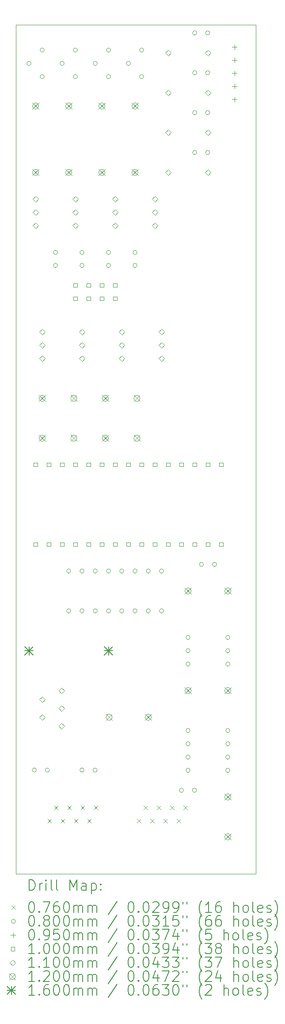
<source format=gbr>
%TF.GenerationSoftware,KiCad,Pcbnew,8.0.4*%
%TF.CreationDate,2024-09-09T15:48:22+02:00*%
%TF.ProjectId,dmx_to_pwm,646d785f-746f-45f7-9077-6d2e6b696361,rev?*%
%TF.SameCoordinates,Original*%
%TF.FileFunction,Drillmap*%
%TF.FilePolarity,Positive*%
%FSLAX45Y45*%
G04 Gerber Fmt 4.5, Leading zero omitted, Abs format (unit mm)*
G04 Created by KiCad (PCBNEW 8.0.4) date 2024-09-09 15:48:22*
%MOMM*%
%LPD*%
G01*
G04 APERTURE LIST*
%ADD10C,0.100000*%
%ADD11C,0.200000*%
%ADD12C,0.110000*%
%ADD13C,0.120000*%
%ADD14C,0.160000*%
G04 APERTURE END LIST*
D10*
X11333000Y-18486000D02*
X6733000Y-18486000D01*
X6733000Y-2257000D01*
X11333000Y-2257000D01*
X11333000Y-18486000D01*
D11*
D10*
X7340250Y-17438000D02*
X7416250Y-17514000D01*
X7416250Y-17438000D02*
X7340250Y-17514000D01*
X7467250Y-17184000D02*
X7543250Y-17260000D01*
X7543250Y-17184000D02*
X7467250Y-17260000D01*
X7594250Y-17438000D02*
X7670250Y-17514000D01*
X7670250Y-17438000D02*
X7594250Y-17514000D01*
X7721250Y-17184000D02*
X7797250Y-17260000D01*
X7797250Y-17184000D02*
X7721250Y-17260000D01*
X7848250Y-17438000D02*
X7924250Y-17514000D01*
X7924250Y-17438000D02*
X7848250Y-17514000D01*
X7975250Y-17184000D02*
X8051250Y-17260000D01*
X8051250Y-17184000D02*
X7975250Y-17260000D01*
X8102250Y-17438000D02*
X8178250Y-17514000D01*
X8178250Y-17438000D02*
X8102250Y-17514000D01*
X8229250Y-17184000D02*
X8305250Y-17260000D01*
X8305250Y-17184000D02*
X8229250Y-17260000D01*
X9058750Y-17438000D02*
X9134750Y-17514000D01*
X9134750Y-17438000D02*
X9058750Y-17514000D01*
X9185750Y-17184000D02*
X9261750Y-17260000D01*
X9261750Y-17184000D02*
X9185750Y-17260000D01*
X9312750Y-17438000D02*
X9388750Y-17514000D01*
X9388750Y-17438000D02*
X9312750Y-17514000D01*
X9439750Y-17184000D02*
X9515750Y-17260000D01*
X9515750Y-17184000D02*
X9439750Y-17260000D01*
X9566750Y-17438000D02*
X9642750Y-17514000D01*
X9642750Y-17438000D02*
X9566750Y-17514000D01*
X9693750Y-17184000D02*
X9769750Y-17260000D01*
X9769750Y-17184000D02*
X9693750Y-17260000D01*
X9820750Y-17438000D02*
X9896750Y-17514000D01*
X9896750Y-17438000D02*
X9820750Y-17514000D01*
X9947750Y-17184000D02*
X10023750Y-17260000D01*
X10023750Y-17184000D02*
X9947750Y-17260000D01*
X7025000Y-2997000D02*
G75*
G02*
X6945000Y-2997000I-40000J0D01*
G01*
X6945000Y-2997000D02*
G75*
G02*
X7025000Y-2997000I40000J0D01*
G01*
X7127139Y-16504000D02*
G75*
G02*
X7047139Y-16504000I-40000J0D01*
G01*
X7047139Y-16504000D02*
G75*
G02*
X7127139Y-16504000I40000J0D01*
G01*
X7279000Y-2743000D02*
G75*
G02*
X7199000Y-2743000I-40000J0D01*
G01*
X7199000Y-2743000D02*
G75*
G02*
X7279000Y-2743000I40000J0D01*
G01*
X7279000Y-3251000D02*
G75*
G02*
X7199000Y-3251000I-40000J0D01*
G01*
X7199000Y-3251000D02*
G75*
G02*
X7279000Y-3251000I40000J0D01*
G01*
X7377139Y-16504000D02*
G75*
G02*
X7297139Y-16504000I-40000J0D01*
G01*
X7297139Y-16504000D02*
G75*
G02*
X7377139Y-16504000I40000J0D01*
G01*
X7533000Y-6608000D02*
G75*
G02*
X7453000Y-6608000I-40000J0D01*
G01*
X7453000Y-6608000D02*
G75*
G02*
X7533000Y-6608000I40000J0D01*
G01*
X7533000Y-6858000D02*
G75*
G02*
X7453000Y-6858000I-40000J0D01*
G01*
X7453000Y-6858000D02*
G75*
G02*
X7533000Y-6858000I40000J0D01*
G01*
X7660000Y-2997000D02*
G75*
G02*
X7580000Y-2997000I-40000J0D01*
G01*
X7580000Y-2997000D02*
G75*
G02*
X7660000Y-2997000I40000J0D01*
G01*
X7787000Y-12700000D02*
G75*
G02*
X7707000Y-12700000I-40000J0D01*
G01*
X7707000Y-12700000D02*
G75*
G02*
X7787000Y-12700000I40000J0D01*
G01*
X7787000Y-13462000D02*
G75*
G02*
X7707000Y-13462000I-40000J0D01*
G01*
X7707000Y-13462000D02*
G75*
G02*
X7787000Y-13462000I40000J0D01*
G01*
X7914000Y-2743000D02*
G75*
G02*
X7834000Y-2743000I-40000J0D01*
G01*
X7834000Y-2743000D02*
G75*
G02*
X7914000Y-2743000I40000J0D01*
G01*
X7914000Y-3251000D02*
G75*
G02*
X7834000Y-3251000I-40000J0D01*
G01*
X7834000Y-3251000D02*
G75*
G02*
X7914000Y-3251000I40000J0D01*
G01*
X8041000Y-6608000D02*
G75*
G02*
X7961000Y-6608000I-40000J0D01*
G01*
X7961000Y-6608000D02*
G75*
G02*
X8041000Y-6608000I40000J0D01*
G01*
X8041000Y-6858000D02*
G75*
G02*
X7961000Y-6858000I-40000J0D01*
G01*
X7961000Y-6858000D02*
G75*
G02*
X8041000Y-6858000I40000J0D01*
G01*
X8041000Y-12700000D02*
G75*
G02*
X7961000Y-12700000I-40000J0D01*
G01*
X7961000Y-12700000D02*
G75*
G02*
X8041000Y-12700000I40000J0D01*
G01*
X8041000Y-13462000D02*
G75*
G02*
X7961000Y-13462000I-40000J0D01*
G01*
X7961000Y-13462000D02*
G75*
G02*
X8041000Y-13462000I40000J0D01*
G01*
X8041000Y-16504000D02*
G75*
G02*
X7961000Y-16504000I-40000J0D01*
G01*
X7961000Y-16504000D02*
G75*
G02*
X8041000Y-16504000I40000J0D01*
G01*
X8291000Y-16504000D02*
G75*
G02*
X8211000Y-16504000I-40000J0D01*
G01*
X8211000Y-16504000D02*
G75*
G02*
X8291000Y-16504000I40000J0D01*
G01*
X8295000Y-2997000D02*
G75*
G02*
X8215000Y-2997000I-40000J0D01*
G01*
X8215000Y-2997000D02*
G75*
G02*
X8295000Y-2997000I40000J0D01*
G01*
X8295000Y-12700000D02*
G75*
G02*
X8215000Y-12700000I-40000J0D01*
G01*
X8215000Y-12700000D02*
G75*
G02*
X8295000Y-12700000I40000J0D01*
G01*
X8295000Y-13462000D02*
G75*
G02*
X8215000Y-13462000I-40000J0D01*
G01*
X8215000Y-13462000D02*
G75*
G02*
X8295000Y-13462000I40000J0D01*
G01*
X8549000Y-2743000D02*
G75*
G02*
X8469000Y-2743000I-40000J0D01*
G01*
X8469000Y-2743000D02*
G75*
G02*
X8549000Y-2743000I40000J0D01*
G01*
X8549000Y-3251000D02*
G75*
G02*
X8469000Y-3251000I-40000J0D01*
G01*
X8469000Y-3251000D02*
G75*
G02*
X8549000Y-3251000I40000J0D01*
G01*
X8549000Y-6608000D02*
G75*
G02*
X8469000Y-6608000I-40000J0D01*
G01*
X8469000Y-6608000D02*
G75*
G02*
X8549000Y-6608000I40000J0D01*
G01*
X8549000Y-6858000D02*
G75*
G02*
X8469000Y-6858000I-40000J0D01*
G01*
X8469000Y-6858000D02*
G75*
G02*
X8549000Y-6858000I40000J0D01*
G01*
X8549000Y-12700000D02*
G75*
G02*
X8469000Y-12700000I-40000J0D01*
G01*
X8469000Y-12700000D02*
G75*
G02*
X8549000Y-12700000I40000J0D01*
G01*
X8549000Y-13462000D02*
G75*
G02*
X8469000Y-13462000I-40000J0D01*
G01*
X8469000Y-13462000D02*
G75*
G02*
X8549000Y-13462000I40000J0D01*
G01*
X8803000Y-12700000D02*
G75*
G02*
X8723000Y-12700000I-40000J0D01*
G01*
X8723000Y-12700000D02*
G75*
G02*
X8803000Y-12700000I40000J0D01*
G01*
X8803000Y-13462000D02*
G75*
G02*
X8723000Y-13462000I-40000J0D01*
G01*
X8723000Y-13462000D02*
G75*
G02*
X8803000Y-13462000I40000J0D01*
G01*
X8930000Y-2997000D02*
G75*
G02*
X8850000Y-2997000I-40000J0D01*
G01*
X8850000Y-2997000D02*
G75*
G02*
X8930000Y-2997000I40000J0D01*
G01*
X9057000Y-6608000D02*
G75*
G02*
X8977000Y-6608000I-40000J0D01*
G01*
X8977000Y-6608000D02*
G75*
G02*
X9057000Y-6608000I40000J0D01*
G01*
X9057000Y-6858000D02*
G75*
G02*
X8977000Y-6858000I-40000J0D01*
G01*
X8977000Y-6858000D02*
G75*
G02*
X9057000Y-6858000I40000J0D01*
G01*
X9057000Y-12700000D02*
G75*
G02*
X8977000Y-12700000I-40000J0D01*
G01*
X8977000Y-12700000D02*
G75*
G02*
X9057000Y-12700000I40000J0D01*
G01*
X9057000Y-13462000D02*
G75*
G02*
X8977000Y-13462000I-40000J0D01*
G01*
X8977000Y-13462000D02*
G75*
G02*
X9057000Y-13462000I40000J0D01*
G01*
X9184000Y-2743000D02*
G75*
G02*
X9104000Y-2743000I-40000J0D01*
G01*
X9104000Y-2743000D02*
G75*
G02*
X9184000Y-2743000I40000J0D01*
G01*
X9184000Y-3251000D02*
G75*
G02*
X9104000Y-3251000I-40000J0D01*
G01*
X9104000Y-3251000D02*
G75*
G02*
X9184000Y-3251000I40000J0D01*
G01*
X9311000Y-12700000D02*
G75*
G02*
X9231000Y-12700000I-40000J0D01*
G01*
X9231000Y-12700000D02*
G75*
G02*
X9311000Y-12700000I40000J0D01*
G01*
X9311000Y-13462000D02*
G75*
G02*
X9231000Y-13462000I-40000J0D01*
G01*
X9231000Y-13462000D02*
G75*
G02*
X9311000Y-13462000I40000J0D01*
G01*
X9565000Y-12700000D02*
G75*
G02*
X9485000Y-12700000I-40000J0D01*
G01*
X9485000Y-12700000D02*
G75*
G02*
X9565000Y-12700000I40000J0D01*
G01*
X9565000Y-13462000D02*
G75*
G02*
X9485000Y-13462000I-40000J0D01*
G01*
X9485000Y-13462000D02*
G75*
G02*
X9565000Y-13462000I40000J0D01*
G01*
X9946000Y-16891000D02*
G75*
G02*
X9866000Y-16891000I-40000J0D01*
G01*
X9866000Y-16891000D02*
G75*
G02*
X9946000Y-16891000I40000J0D01*
G01*
X10073000Y-13970000D02*
G75*
G02*
X9993000Y-13970000I-40000J0D01*
G01*
X9993000Y-13970000D02*
G75*
G02*
X10073000Y-13970000I40000J0D01*
G01*
X10073000Y-14224000D02*
G75*
G02*
X9993000Y-14224000I-40000J0D01*
G01*
X9993000Y-14224000D02*
G75*
G02*
X10073000Y-14224000I40000J0D01*
G01*
X10073000Y-14478000D02*
G75*
G02*
X9993000Y-14478000I-40000J0D01*
G01*
X9993000Y-14478000D02*
G75*
G02*
X10073000Y-14478000I40000J0D01*
G01*
X10073000Y-15748000D02*
G75*
G02*
X9993000Y-15748000I-40000J0D01*
G01*
X9993000Y-15748000D02*
G75*
G02*
X10073000Y-15748000I40000J0D01*
G01*
X10073000Y-16002000D02*
G75*
G02*
X9993000Y-16002000I-40000J0D01*
G01*
X9993000Y-16002000D02*
G75*
G02*
X10073000Y-16002000I40000J0D01*
G01*
X10073000Y-16256000D02*
G75*
G02*
X9993000Y-16256000I-40000J0D01*
G01*
X9993000Y-16256000D02*
G75*
G02*
X10073000Y-16256000I40000J0D01*
G01*
X10073000Y-16510000D02*
G75*
G02*
X9993000Y-16510000I-40000J0D01*
G01*
X9993000Y-16510000D02*
G75*
G02*
X10073000Y-16510000I40000J0D01*
G01*
X10196000Y-16891000D02*
G75*
G02*
X10116000Y-16891000I-40000J0D01*
G01*
X10116000Y-16891000D02*
G75*
G02*
X10196000Y-16891000I40000J0D01*
G01*
X10200000Y-2413000D02*
G75*
G02*
X10120000Y-2413000I-40000J0D01*
G01*
X10120000Y-2413000D02*
G75*
G02*
X10200000Y-2413000I40000J0D01*
G01*
X10200000Y-3175000D02*
G75*
G02*
X10120000Y-3175000I-40000J0D01*
G01*
X10120000Y-3175000D02*
G75*
G02*
X10200000Y-3175000I40000J0D01*
G01*
X10200000Y-3937000D02*
G75*
G02*
X10120000Y-3937000I-40000J0D01*
G01*
X10120000Y-3937000D02*
G75*
G02*
X10200000Y-3937000I40000J0D01*
G01*
X10200000Y-4699000D02*
G75*
G02*
X10120000Y-4699000I-40000J0D01*
G01*
X10120000Y-4699000D02*
G75*
G02*
X10200000Y-4699000I40000J0D01*
G01*
X10331000Y-12573000D02*
G75*
G02*
X10251000Y-12573000I-40000J0D01*
G01*
X10251000Y-12573000D02*
G75*
G02*
X10331000Y-12573000I40000J0D01*
G01*
X10450000Y-2413000D02*
G75*
G02*
X10370000Y-2413000I-40000J0D01*
G01*
X10370000Y-2413000D02*
G75*
G02*
X10450000Y-2413000I40000J0D01*
G01*
X10450000Y-3175000D02*
G75*
G02*
X10370000Y-3175000I-40000J0D01*
G01*
X10370000Y-3175000D02*
G75*
G02*
X10450000Y-3175000I40000J0D01*
G01*
X10450000Y-3937000D02*
G75*
G02*
X10370000Y-3937000I-40000J0D01*
G01*
X10370000Y-3937000D02*
G75*
G02*
X10450000Y-3937000I40000J0D01*
G01*
X10450000Y-4699000D02*
G75*
G02*
X10370000Y-4699000I-40000J0D01*
G01*
X10370000Y-4699000D02*
G75*
G02*
X10450000Y-4699000I40000J0D01*
G01*
X10581000Y-12573000D02*
G75*
G02*
X10501000Y-12573000I-40000J0D01*
G01*
X10501000Y-12573000D02*
G75*
G02*
X10581000Y-12573000I40000J0D01*
G01*
X10835000Y-13970000D02*
G75*
G02*
X10755000Y-13970000I-40000J0D01*
G01*
X10755000Y-13970000D02*
G75*
G02*
X10835000Y-13970000I40000J0D01*
G01*
X10835000Y-14224000D02*
G75*
G02*
X10755000Y-14224000I-40000J0D01*
G01*
X10755000Y-14224000D02*
G75*
G02*
X10835000Y-14224000I40000J0D01*
G01*
X10835000Y-14478000D02*
G75*
G02*
X10755000Y-14478000I-40000J0D01*
G01*
X10755000Y-14478000D02*
G75*
G02*
X10835000Y-14478000I40000J0D01*
G01*
X10835000Y-15748000D02*
G75*
G02*
X10755000Y-15748000I-40000J0D01*
G01*
X10755000Y-15748000D02*
G75*
G02*
X10835000Y-15748000I40000J0D01*
G01*
X10835000Y-16002000D02*
G75*
G02*
X10755000Y-16002000I-40000J0D01*
G01*
X10755000Y-16002000D02*
G75*
G02*
X10835000Y-16002000I40000J0D01*
G01*
X10835000Y-16256000D02*
G75*
G02*
X10755000Y-16256000I-40000J0D01*
G01*
X10755000Y-16256000D02*
G75*
G02*
X10835000Y-16256000I40000J0D01*
G01*
X10835000Y-16510000D02*
G75*
G02*
X10755000Y-16510000I-40000J0D01*
G01*
X10755000Y-16510000D02*
G75*
G02*
X10835000Y-16510000I40000J0D01*
G01*
X10922000Y-2635500D02*
X10922000Y-2730500D01*
X10874500Y-2683000D02*
X10969500Y-2683000D01*
X10922000Y-2885500D02*
X10922000Y-2980500D01*
X10874500Y-2933000D02*
X10969500Y-2933000D01*
X10922000Y-3135500D02*
X10922000Y-3230500D01*
X10874500Y-3183000D02*
X10969500Y-3183000D01*
X10922000Y-3385500D02*
X10922000Y-3480500D01*
X10874500Y-3433000D02*
X10969500Y-3433000D01*
X10922000Y-3635500D02*
X10922000Y-3730500D01*
X10874500Y-3683000D02*
X10969500Y-3683000D01*
X7147356Y-10703356D02*
X7147356Y-10632644D01*
X7076644Y-10632644D01*
X7076644Y-10703356D01*
X7147356Y-10703356D01*
X7147356Y-12227356D02*
X7147356Y-12156644D01*
X7076644Y-12156644D01*
X7076644Y-12227356D01*
X7147356Y-12227356D01*
X7401356Y-10703356D02*
X7401356Y-10632644D01*
X7330644Y-10632644D01*
X7330644Y-10703356D01*
X7401356Y-10703356D01*
X7401356Y-12227356D02*
X7401356Y-12156644D01*
X7330644Y-12156644D01*
X7330644Y-12227356D01*
X7401356Y-12227356D01*
X7655356Y-10703356D02*
X7655356Y-10632644D01*
X7584644Y-10632644D01*
X7584644Y-10703356D01*
X7655356Y-10703356D01*
X7655356Y-12227356D02*
X7655356Y-12156644D01*
X7584644Y-12156644D01*
X7584644Y-12227356D01*
X7655356Y-12227356D01*
X7909356Y-7274356D02*
X7909356Y-7203644D01*
X7838644Y-7203644D01*
X7838644Y-7274356D01*
X7909356Y-7274356D01*
X7909356Y-7528356D02*
X7909356Y-7457644D01*
X7838644Y-7457644D01*
X7838644Y-7528356D01*
X7909356Y-7528356D01*
X7909356Y-10703356D02*
X7909356Y-10632644D01*
X7838644Y-10632644D01*
X7838644Y-10703356D01*
X7909356Y-10703356D01*
X7909356Y-12227356D02*
X7909356Y-12156644D01*
X7838644Y-12156644D01*
X7838644Y-12227356D01*
X7909356Y-12227356D01*
X8163356Y-7274356D02*
X8163356Y-7203644D01*
X8092644Y-7203644D01*
X8092644Y-7274356D01*
X8163356Y-7274356D01*
X8163356Y-7528356D02*
X8163356Y-7457644D01*
X8092644Y-7457644D01*
X8092644Y-7528356D01*
X8163356Y-7528356D01*
X8163356Y-10703356D02*
X8163356Y-10632644D01*
X8092644Y-10632644D01*
X8092644Y-10703356D01*
X8163356Y-10703356D01*
X8163356Y-12227356D02*
X8163356Y-12156644D01*
X8092644Y-12156644D01*
X8092644Y-12227356D01*
X8163356Y-12227356D01*
X8417356Y-7274356D02*
X8417356Y-7203644D01*
X8346644Y-7203644D01*
X8346644Y-7274356D01*
X8417356Y-7274356D01*
X8417356Y-7528356D02*
X8417356Y-7457644D01*
X8346644Y-7457644D01*
X8346644Y-7528356D01*
X8417356Y-7528356D01*
X8417356Y-10703356D02*
X8417356Y-10632644D01*
X8346644Y-10632644D01*
X8346644Y-10703356D01*
X8417356Y-10703356D01*
X8417356Y-12227356D02*
X8417356Y-12156644D01*
X8346644Y-12156644D01*
X8346644Y-12227356D01*
X8417356Y-12227356D01*
X8671356Y-7274356D02*
X8671356Y-7203644D01*
X8600644Y-7203644D01*
X8600644Y-7274356D01*
X8671356Y-7274356D01*
X8671356Y-7528356D02*
X8671356Y-7457644D01*
X8600644Y-7457644D01*
X8600644Y-7528356D01*
X8671356Y-7528356D01*
X8671356Y-10703356D02*
X8671356Y-10632644D01*
X8600644Y-10632644D01*
X8600644Y-10703356D01*
X8671356Y-10703356D01*
X8671356Y-12227356D02*
X8671356Y-12156644D01*
X8600644Y-12156644D01*
X8600644Y-12227356D01*
X8671356Y-12227356D01*
X8925356Y-10703356D02*
X8925356Y-10632644D01*
X8854644Y-10632644D01*
X8854644Y-10703356D01*
X8925356Y-10703356D01*
X8925356Y-12227356D02*
X8925356Y-12156644D01*
X8854644Y-12156644D01*
X8854644Y-12227356D01*
X8925356Y-12227356D01*
X9179356Y-10703356D02*
X9179356Y-10632644D01*
X9108644Y-10632644D01*
X9108644Y-10703356D01*
X9179356Y-10703356D01*
X9179356Y-12227356D02*
X9179356Y-12156644D01*
X9108644Y-12156644D01*
X9108644Y-12227356D01*
X9179356Y-12227356D01*
X9433356Y-10703356D02*
X9433356Y-10632644D01*
X9362644Y-10632644D01*
X9362644Y-10703356D01*
X9433356Y-10703356D01*
X9433356Y-12227356D02*
X9433356Y-12156644D01*
X9362644Y-12156644D01*
X9362644Y-12227356D01*
X9433356Y-12227356D01*
X9687356Y-10703356D02*
X9687356Y-10632644D01*
X9616644Y-10632644D01*
X9616644Y-10703356D01*
X9687356Y-10703356D01*
X9687356Y-12227356D02*
X9687356Y-12156644D01*
X9616644Y-12156644D01*
X9616644Y-12227356D01*
X9687356Y-12227356D01*
X9941356Y-10703356D02*
X9941356Y-10632644D01*
X9870644Y-10632644D01*
X9870644Y-10703356D01*
X9941356Y-10703356D01*
X9941356Y-12227356D02*
X9941356Y-12156644D01*
X9870644Y-12156644D01*
X9870644Y-12227356D01*
X9941356Y-12227356D01*
X10195356Y-10703356D02*
X10195356Y-10632644D01*
X10124644Y-10632644D01*
X10124644Y-10703356D01*
X10195356Y-10703356D01*
X10195356Y-12227356D02*
X10195356Y-12156644D01*
X10124644Y-12156644D01*
X10124644Y-12227356D01*
X10195356Y-12227356D01*
X10449356Y-10703356D02*
X10449356Y-10632644D01*
X10378644Y-10632644D01*
X10378644Y-10703356D01*
X10449356Y-10703356D01*
X10449356Y-12227356D02*
X10449356Y-12156644D01*
X10378644Y-12156644D01*
X10378644Y-12227356D01*
X10449356Y-12227356D01*
X10703356Y-10703356D02*
X10703356Y-10632644D01*
X10632644Y-10632644D01*
X10632644Y-10703356D01*
X10703356Y-10703356D01*
X10703356Y-12227356D02*
X10703356Y-12156644D01*
X10632644Y-12156644D01*
X10632644Y-12227356D01*
X10703356Y-12227356D01*
D12*
X7112000Y-5643000D02*
X7167000Y-5588000D01*
X7112000Y-5533000D01*
X7057000Y-5588000D01*
X7112000Y-5643000D01*
X7112000Y-5897000D02*
X7167000Y-5842000D01*
X7112000Y-5787000D01*
X7057000Y-5842000D01*
X7112000Y-5897000D01*
X7112000Y-6151000D02*
X7167000Y-6096000D01*
X7112000Y-6041000D01*
X7057000Y-6096000D01*
X7112000Y-6151000D01*
X7239000Y-8183000D02*
X7294000Y-8128000D01*
X7239000Y-8073000D01*
X7184000Y-8128000D01*
X7239000Y-8183000D01*
X7239000Y-8437000D02*
X7294000Y-8382000D01*
X7239000Y-8327000D01*
X7184000Y-8382000D01*
X7239000Y-8437000D01*
X7239000Y-8691000D02*
X7294000Y-8636000D01*
X7239000Y-8581000D01*
X7184000Y-8636000D01*
X7239000Y-8691000D01*
X7239000Y-15209000D02*
X7294000Y-15154000D01*
X7239000Y-15099000D01*
X7184000Y-15154000D01*
X7239000Y-15209000D01*
X7239000Y-15549000D02*
X7294000Y-15494000D01*
X7239000Y-15439000D01*
X7184000Y-15494000D01*
X7239000Y-15549000D01*
X7609000Y-15039000D02*
X7664000Y-14984000D01*
X7609000Y-14929000D01*
X7554000Y-14984000D01*
X7609000Y-15039000D01*
X7609000Y-15379000D02*
X7664000Y-15324000D01*
X7609000Y-15269000D01*
X7554000Y-15324000D01*
X7609000Y-15379000D01*
X7609000Y-15719000D02*
X7664000Y-15664000D01*
X7609000Y-15609000D01*
X7554000Y-15664000D01*
X7609000Y-15719000D01*
X7874000Y-5643000D02*
X7929000Y-5588000D01*
X7874000Y-5533000D01*
X7819000Y-5588000D01*
X7874000Y-5643000D01*
X7874000Y-5897000D02*
X7929000Y-5842000D01*
X7874000Y-5787000D01*
X7819000Y-5842000D01*
X7874000Y-5897000D01*
X7874000Y-6151000D02*
X7929000Y-6096000D01*
X7874000Y-6041000D01*
X7819000Y-6096000D01*
X7874000Y-6151000D01*
X8001000Y-8183000D02*
X8056000Y-8128000D01*
X8001000Y-8073000D01*
X7946000Y-8128000D01*
X8001000Y-8183000D01*
X8001000Y-8437000D02*
X8056000Y-8382000D01*
X8001000Y-8327000D01*
X7946000Y-8382000D01*
X8001000Y-8437000D01*
X8001000Y-8691000D02*
X8056000Y-8636000D01*
X8001000Y-8581000D01*
X7946000Y-8636000D01*
X8001000Y-8691000D01*
X8636000Y-5643000D02*
X8691000Y-5588000D01*
X8636000Y-5533000D01*
X8581000Y-5588000D01*
X8636000Y-5643000D01*
X8636000Y-5897000D02*
X8691000Y-5842000D01*
X8636000Y-5787000D01*
X8581000Y-5842000D01*
X8636000Y-5897000D01*
X8636000Y-6151000D02*
X8691000Y-6096000D01*
X8636000Y-6041000D01*
X8581000Y-6096000D01*
X8636000Y-6151000D01*
X8763000Y-8183000D02*
X8818000Y-8128000D01*
X8763000Y-8073000D01*
X8708000Y-8128000D01*
X8763000Y-8183000D01*
X8763000Y-8437000D02*
X8818000Y-8382000D01*
X8763000Y-8327000D01*
X8708000Y-8382000D01*
X8763000Y-8437000D01*
X8763000Y-8691000D02*
X8818000Y-8636000D01*
X8763000Y-8581000D01*
X8708000Y-8636000D01*
X8763000Y-8691000D01*
X9398000Y-5643000D02*
X9453000Y-5588000D01*
X9398000Y-5533000D01*
X9343000Y-5588000D01*
X9398000Y-5643000D01*
X9398000Y-5897000D02*
X9453000Y-5842000D01*
X9398000Y-5787000D01*
X9343000Y-5842000D01*
X9398000Y-5897000D01*
X9398000Y-6151000D02*
X9453000Y-6096000D01*
X9398000Y-6041000D01*
X9343000Y-6096000D01*
X9398000Y-6151000D01*
X9525000Y-8183000D02*
X9580000Y-8128000D01*
X9525000Y-8073000D01*
X9470000Y-8128000D01*
X9525000Y-8183000D01*
X9525000Y-8437000D02*
X9580000Y-8382000D01*
X9525000Y-8327000D01*
X9470000Y-8382000D01*
X9525000Y-8437000D01*
X9525000Y-8691000D02*
X9580000Y-8636000D01*
X9525000Y-8581000D01*
X9470000Y-8636000D01*
X9525000Y-8691000D01*
X9652000Y-2849000D02*
X9707000Y-2794000D01*
X9652000Y-2739000D01*
X9597000Y-2794000D01*
X9652000Y-2849000D01*
X9652000Y-3611000D02*
X9707000Y-3556000D01*
X9652000Y-3501000D01*
X9597000Y-3556000D01*
X9652000Y-3611000D01*
X9652000Y-4373000D02*
X9707000Y-4318000D01*
X9652000Y-4263000D01*
X9597000Y-4318000D01*
X9652000Y-4373000D01*
X9652000Y-5135000D02*
X9707000Y-5080000D01*
X9652000Y-5025000D01*
X9597000Y-5080000D01*
X9652000Y-5135000D01*
X10414000Y-2849000D02*
X10469000Y-2794000D01*
X10414000Y-2739000D01*
X10359000Y-2794000D01*
X10414000Y-2849000D01*
X10414000Y-3611000D02*
X10469000Y-3556000D01*
X10414000Y-3501000D01*
X10359000Y-3556000D01*
X10414000Y-3611000D01*
X10414000Y-4373000D02*
X10469000Y-4318000D01*
X10414000Y-4263000D01*
X10359000Y-4318000D01*
X10414000Y-4373000D01*
X10414000Y-5135000D02*
X10469000Y-5080000D01*
X10414000Y-5025000D01*
X10359000Y-5080000D01*
X10414000Y-5135000D01*
D13*
X7052000Y-3750000D02*
X7172000Y-3870000D01*
X7172000Y-3750000D02*
X7052000Y-3870000D01*
X7172000Y-3810000D02*
G75*
G02*
X7052000Y-3810000I-60000J0D01*
G01*
X7052000Y-3810000D02*
G75*
G02*
X7172000Y-3810000I60000J0D01*
G01*
X7052000Y-5020000D02*
X7172000Y-5140000D01*
X7172000Y-5020000D02*
X7052000Y-5140000D01*
X7172000Y-5080000D02*
G75*
G02*
X7052000Y-5080000I-60000J0D01*
G01*
X7052000Y-5080000D02*
G75*
G02*
X7172000Y-5080000I60000J0D01*
G01*
X7179000Y-9338000D02*
X7299000Y-9458000D01*
X7299000Y-9338000D02*
X7179000Y-9458000D01*
X7299000Y-9398000D02*
G75*
G02*
X7179000Y-9398000I-60000J0D01*
G01*
X7179000Y-9398000D02*
G75*
G02*
X7299000Y-9398000I60000J0D01*
G01*
X7179000Y-10100000D02*
X7299000Y-10220000D01*
X7299000Y-10100000D02*
X7179000Y-10220000D01*
X7299000Y-10160000D02*
G75*
G02*
X7179000Y-10160000I-60000J0D01*
G01*
X7179000Y-10160000D02*
G75*
G02*
X7299000Y-10160000I60000J0D01*
G01*
X7687000Y-3750000D02*
X7807000Y-3870000D01*
X7807000Y-3750000D02*
X7687000Y-3870000D01*
X7807000Y-3810000D02*
G75*
G02*
X7687000Y-3810000I-60000J0D01*
G01*
X7687000Y-3810000D02*
G75*
G02*
X7807000Y-3810000I60000J0D01*
G01*
X7687000Y-5020000D02*
X7807000Y-5140000D01*
X7807000Y-5020000D02*
X7687000Y-5140000D01*
X7807000Y-5080000D02*
G75*
G02*
X7687000Y-5080000I-60000J0D01*
G01*
X7687000Y-5080000D02*
G75*
G02*
X7807000Y-5080000I60000J0D01*
G01*
X7784000Y-9338000D02*
X7904000Y-9458000D01*
X7904000Y-9338000D02*
X7784000Y-9458000D01*
X7904000Y-9398000D02*
G75*
G02*
X7784000Y-9398000I-60000J0D01*
G01*
X7784000Y-9398000D02*
G75*
G02*
X7904000Y-9398000I60000J0D01*
G01*
X7784000Y-10100000D02*
X7904000Y-10220000D01*
X7904000Y-10100000D02*
X7784000Y-10220000D01*
X7904000Y-10160000D02*
G75*
G02*
X7784000Y-10160000I-60000J0D01*
G01*
X7784000Y-10160000D02*
G75*
G02*
X7904000Y-10160000I60000J0D01*
G01*
X8322000Y-3750000D02*
X8442000Y-3870000D01*
X8442000Y-3750000D02*
X8322000Y-3870000D01*
X8442000Y-3810000D02*
G75*
G02*
X8322000Y-3810000I-60000J0D01*
G01*
X8322000Y-3810000D02*
G75*
G02*
X8442000Y-3810000I60000J0D01*
G01*
X8322000Y-5020000D02*
X8442000Y-5140000D01*
X8442000Y-5020000D02*
X8322000Y-5140000D01*
X8442000Y-5080000D02*
G75*
G02*
X8322000Y-5080000I-60000J0D01*
G01*
X8322000Y-5080000D02*
G75*
G02*
X8442000Y-5080000I60000J0D01*
G01*
X8389000Y-9338000D02*
X8509000Y-9458000D01*
X8509000Y-9338000D02*
X8389000Y-9458000D01*
X8509000Y-9398000D02*
G75*
G02*
X8389000Y-9398000I-60000J0D01*
G01*
X8389000Y-9398000D02*
G75*
G02*
X8509000Y-9398000I60000J0D01*
G01*
X8389000Y-10100000D02*
X8509000Y-10220000D01*
X8509000Y-10100000D02*
X8389000Y-10220000D01*
X8509000Y-10160000D02*
G75*
G02*
X8389000Y-10160000I-60000J0D01*
G01*
X8389000Y-10160000D02*
G75*
G02*
X8509000Y-10160000I60000J0D01*
G01*
X8461000Y-15434000D02*
X8581000Y-15554000D01*
X8581000Y-15434000D02*
X8461000Y-15554000D01*
X8581000Y-15494000D02*
G75*
G02*
X8461000Y-15494000I-60000J0D01*
G01*
X8461000Y-15494000D02*
G75*
G02*
X8581000Y-15494000I60000J0D01*
G01*
X8957000Y-3750000D02*
X9077000Y-3870000D01*
X9077000Y-3750000D02*
X8957000Y-3870000D01*
X9077000Y-3810000D02*
G75*
G02*
X8957000Y-3810000I-60000J0D01*
G01*
X8957000Y-3810000D02*
G75*
G02*
X9077000Y-3810000I60000J0D01*
G01*
X8957000Y-5020000D02*
X9077000Y-5140000D01*
X9077000Y-5020000D02*
X8957000Y-5140000D01*
X9077000Y-5080000D02*
G75*
G02*
X8957000Y-5080000I-60000J0D01*
G01*
X8957000Y-5080000D02*
G75*
G02*
X9077000Y-5080000I60000J0D01*
G01*
X8994000Y-9338000D02*
X9114000Y-9458000D01*
X9114000Y-9338000D02*
X8994000Y-9458000D01*
X9114000Y-9398000D02*
G75*
G02*
X8994000Y-9398000I-60000J0D01*
G01*
X8994000Y-9398000D02*
G75*
G02*
X9114000Y-9398000I60000J0D01*
G01*
X8994000Y-10100000D02*
X9114000Y-10220000D01*
X9114000Y-10100000D02*
X8994000Y-10220000D01*
X9114000Y-10160000D02*
G75*
G02*
X8994000Y-10160000I-60000J0D01*
G01*
X8994000Y-10160000D02*
G75*
G02*
X9114000Y-10160000I60000J0D01*
G01*
X9211000Y-15434000D02*
X9331000Y-15554000D01*
X9331000Y-15434000D02*
X9211000Y-15554000D01*
X9331000Y-15494000D02*
G75*
G02*
X9211000Y-15494000I-60000J0D01*
G01*
X9211000Y-15494000D02*
G75*
G02*
X9331000Y-15494000I60000J0D01*
G01*
X9973000Y-13021000D02*
X10093000Y-13141000D01*
X10093000Y-13021000D02*
X9973000Y-13141000D01*
X10093000Y-13081000D02*
G75*
G02*
X9973000Y-13081000I-60000J0D01*
G01*
X9973000Y-13081000D02*
G75*
G02*
X10093000Y-13081000I60000J0D01*
G01*
X9973000Y-14926000D02*
X10093000Y-15046000D01*
X10093000Y-14926000D02*
X9973000Y-15046000D01*
X10093000Y-14986000D02*
G75*
G02*
X9973000Y-14986000I-60000J0D01*
G01*
X9973000Y-14986000D02*
G75*
G02*
X10093000Y-14986000I60000J0D01*
G01*
X10735000Y-13021000D02*
X10855000Y-13141000D01*
X10855000Y-13021000D02*
X10735000Y-13141000D01*
X10855000Y-13081000D02*
G75*
G02*
X10735000Y-13081000I-60000J0D01*
G01*
X10735000Y-13081000D02*
G75*
G02*
X10855000Y-13081000I60000J0D01*
G01*
X10735000Y-14926000D02*
X10855000Y-15046000D01*
X10855000Y-14926000D02*
X10735000Y-15046000D01*
X10855000Y-14986000D02*
G75*
G02*
X10735000Y-14986000I-60000J0D01*
G01*
X10735000Y-14986000D02*
G75*
G02*
X10855000Y-14986000I60000J0D01*
G01*
X10735000Y-16958000D02*
X10855000Y-17078000D01*
X10855000Y-16958000D02*
X10735000Y-17078000D01*
X10855000Y-17018000D02*
G75*
G02*
X10735000Y-17018000I-60000J0D01*
G01*
X10735000Y-17018000D02*
G75*
G02*
X10855000Y-17018000I60000J0D01*
G01*
X10735000Y-17720000D02*
X10855000Y-17840000D01*
X10855000Y-17720000D02*
X10735000Y-17840000D01*
X10855000Y-17780000D02*
G75*
G02*
X10735000Y-17780000I-60000J0D01*
G01*
X10735000Y-17780000D02*
G75*
G02*
X10855000Y-17780000I60000J0D01*
G01*
D14*
X6905000Y-14144000D02*
X7065000Y-14304000D01*
X7065000Y-14144000D02*
X6905000Y-14304000D01*
X6985000Y-14144000D02*
X6985000Y-14304000D01*
X6905000Y-14224000D02*
X7065000Y-14224000D01*
X8429000Y-14144000D02*
X8589000Y-14304000D01*
X8589000Y-14144000D02*
X8429000Y-14304000D01*
X8509000Y-14144000D02*
X8509000Y-14304000D01*
X8429000Y-14224000D02*
X8589000Y-14224000D01*
D11*
X6988777Y-18802484D02*
X6988777Y-18602484D01*
X6988777Y-18602484D02*
X7036396Y-18602484D01*
X7036396Y-18602484D02*
X7064967Y-18612008D01*
X7064967Y-18612008D02*
X7084015Y-18631055D01*
X7084015Y-18631055D02*
X7093539Y-18650103D01*
X7093539Y-18650103D02*
X7103062Y-18688198D01*
X7103062Y-18688198D02*
X7103062Y-18716770D01*
X7103062Y-18716770D02*
X7093539Y-18754865D01*
X7093539Y-18754865D02*
X7084015Y-18773912D01*
X7084015Y-18773912D02*
X7064967Y-18792960D01*
X7064967Y-18792960D02*
X7036396Y-18802484D01*
X7036396Y-18802484D02*
X6988777Y-18802484D01*
X7188777Y-18802484D02*
X7188777Y-18669150D01*
X7188777Y-18707246D02*
X7198301Y-18688198D01*
X7198301Y-18688198D02*
X7207824Y-18678674D01*
X7207824Y-18678674D02*
X7226872Y-18669150D01*
X7226872Y-18669150D02*
X7245920Y-18669150D01*
X7312586Y-18802484D02*
X7312586Y-18669150D01*
X7312586Y-18602484D02*
X7303062Y-18612008D01*
X7303062Y-18612008D02*
X7312586Y-18621531D01*
X7312586Y-18621531D02*
X7322110Y-18612008D01*
X7322110Y-18612008D02*
X7312586Y-18602484D01*
X7312586Y-18602484D02*
X7312586Y-18621531D01*
X7436396Y-18802484D02*
X7417348Y-18792960D01*
X7417348Y-18792960D02*
X7407824Y-18773912D01*
X7407824Y-18773912D02*
X7407824Y-18602484D01*
X7541158Y-18802484D02*
X7522110Y-18792960D01*
X7522110Y-18792960D02*
X7512586Y-18773912D01*
X7512586Y-18773912D02*
X7512586Y-18602484D01*
X7769729Y-18802484D02*
X7769729Y-18602484D01*
X7769729Y-18602484D02*
X7836396Y-18745341D01*
X7836396Y-18745341D02*
X7903062Y-18602484D01*
X7903062Y-18602484D02*
X7903062Y-18802484D01*
X8084015Y-18802484D02*
X8084015Y-18697722D01*
X8084015Y-18697722D02*
X8074491Y-18678674D01*
X8074491Y-18678674D02*
X8055443Y-18669150D01*
X8055443Y-18669150D02*
X8017348Y-18669150D01*
X8017348Y-18669150D02*
X7998301Y-18678674D01*
X8084015Y-18792960D02*
X8064967Y-18802484D01*
X8064967Y-18802484D02*
X8017348Y-18802484D01*
X8017348Y-18802484D02*
X7998301Y-18792960D01*
X7998301Y-18792960D02*
X7988777Y-18773912D01*
X7988777Y-18773912D02*
X7988777Y-18754865D01*
X7988777Y-18754865D02*
X7998301Y-18735817D01*
X7998301Y-18735817D02*
X8017348Y-18726293D01*
X8017348Y-18726293D02*
X8064967Y-18726293D01*
X8064967Y-18726293D02*
X8084015Y-18716770D01*
X8179253Y-18669150D02*
X8179253Y-18869150D01*
X8179253Y-18678674D02*
X8198301Y-18669150D01*
X8198301Y-18669150D02*
X8236396Y-18669150D01*
X8236396Y-18669150D02*
X8255443Y-18678674D01*
X8255443Y-18678674D02*
X8264967Y-18688198D01*
X8264967Y-18688198D02*
X8274491Y-18707246D01*
X8274491Y-18707246D02*
X8274491Y-18764389D01*
X8274491Y-18764389D02*
X8264967Y-18783436D01*
X8264967Y-18783436D02*
X8255443Y-18792960D01*
X8255443Y-18792960D02*
X8236396Y-18802484D01*
X8236396Y-18802484D02*
X8198301Y-18802484D01*
X8198301Y-18802484D02*
X8179253Y-18792960D01*
X8360205Y-18783436D02*
X8369729Y-18792960D01*
X8369729Y-18792960D02*
X8360205Y-18802484D01*
X8360205Y-18802484D02*
X8350682Y-18792960D01*
X8350682Y-18792960D02*
X8360205Y-18783436D01*
X8360205Y-18783436D02*
X8360205Y-18802484D01*
X8360205Y-18678674D02*
X8369729Y-18688198D01*
X8369729Y-18688198D02*
X8360205Y-18697722D01*
X8360205Y-18697722D02*
X8350682Y-18688198D01*
X8350682Y-18688198D02*
X8360205Y-18678674D01*
X8360205Y-18678674D02*
X8360205Y-18697722D01*
D10*
X6652000Y-19093000D02*
X6728000Y-19169000D01*
X6728000Y-19093000D02*
X6652000Y-19169000D01*
D11*
X7026872Y-19022484D02*
X7045920Y-19022484D01*
X7045920Y-19022484D02*
X7064967Y-19032008D01*
X7064967Y-19032008D02*
X7074491Y-19041531D01*
X7074491Y-19041531D02*
X7084015Y-19060579D01*
X7084015Y-19060579D02*
X7093539Y-19098674D01*
X7093539Y-19098674D02*
X7093539Y-19146293D01*
X7093539Y-19146293D02*
X7084015Y-19184389D01*
X7084015Y-19184389D02*
X7074491Y-19203436D01*
X7074491Y-19203436D02*
X7064967Y-19212960D01*
X7064967Y-19212960D02*
X7045920Y-19222484D01*
X7045920Y-19222484D02*
X7026872Y-19222484D01*
X7026872Y-19222484D02*
X7007824Y-19212960D01*
X7007824Y-19212960D02*
X6998301Y-19203436D01*
X6998301Y-19203436D02*
X6988777Y-19184389D01*
X6988777Y-19184389D02*
X6979253Y-19146293D01*
X6979253Y-19146293D02*
X6979253Y-19098674D01*
X6979253Y-19098674D02*
X6988777Y-19060579D01*
X6988777Y-19060579D02*
X6998301Y-19041531D01*
X6998301Y-19041531D02*
X7007824Y-19032008D01*
X7007824Y-19032008D02*
X7026872Y-19022484D01*
X7179253Y-19203436D02*
X7188777Y-19212960D01*
X7188777Y-19212960D02*
X7179253Y-19222484D01*
X7179253Y-19222484D02*
X7169729Y-19212960D01*
X7169729Y-19212960D02*
X7179253Y-19203436D01*
X7179253Y-19203436D02*
X7179253Y-19222484D01*
X7255443Y-19022484D02*
X7388777Y-19022484D01*
X7388777Y-19022484D02*
X7303062Y-19222484D01*
X7550682Y-19022484D02*
X7512586Y-19022484D01*
X7512586Y-19022484D02*
X7493539Y-19032008D01*
X7493539Y-19032008D02*
X7484015Y-19041531D01*
X7484015Y-19041531D02*
X7464967Y-19070103D01*
X7464967Y-19070103D02*
X7455443Y-19108198D01*
X7455443Y-19108198D02*
X7455443Y-19184389D01*
X7455443Y-19184389D02*
X7464967Y-19203436D01*
X7464967Y-19203436D02*
X7474491Y-19212960D01*
X7474491Y-19212960D02*
X7493539Y-19222484D01*
X7493539Y-19222484D02*
X7531634Y-19222484D01*
X7531634Y-19222484D02*
X7550682Y-19212960D01*
X7550682Y-19212960D02*
X7560205Y-19203436D01*
X7560205Y-19203436D02*
X7569729Y-19184389D01*
X7569729Y-19184389D02*
X7569729Y-19136770D01*
X7569729Y-19136770D02*
X7560205Y-19117722D01*
X7560205Y-19117722D02*
X7550682Y-19108198D01*
X7550682Y-19108198D02*
X7531634Y-19098674D01*
X7531634Y-19098674D02*
X7493539Y-19098674D01*
X7493539Y-19098674D02*
X7474491Y-19108198D01*
X7474491Y-19108198D02*
X7464967Y-19117722D01*
X7464967Y-19117722D02*
X7455443Y-19136770D01*
X7693539Y-19022484D02*
X7712586Y-19022484D01*
X7712586Y-19022484D02*
X7731634Y-19032008D01*
X7731634Y-19032008D02*
X7741158Y-19041531D01*
X7741158Y-19041531D02*
X7750682Y-19060579D01*
X7750682Y-19060579D02*
X7760205Y-19098674D01*
X7760205Y-19098674D02*
X7760205Y-19146293D01*
X7760205Y-19146293D02*
X7750682Y-19184389D01*
X7750682Y-19184389D02*
X7741158Y-19203436D01*
X7741158Y-19203436D02*
X7731634Y-19212960D01*
X7731634Y-19212960D02*
X7712586Y-19222484D01*
X7712586Y-19222484D02*
X7693539Y-19222484D01*
X7693539Y-19222484D02*
X7674491Y-19212960D01*
X7674491Y-19212960D02*
X7664967Y-19203436D01*
X7664967Y-19203436D02*
X7655443Y-19184389D01*
X7655443Y-19184389D02*
X7645920Y-19146293D01*
X7645920Y-19146293D02*
X7645920Y-19098674D01*
X7645920Y-19098674D02*
X7655443Y-19060579D01*
X7655443Y-19060579D02*
X7664967Y-19041531D01*
X7664967Y-19041531D02*
X7674491Y-19032008D01*
X7674491Y-19032008D02*
X7693539Y-19022484D01*
X7845920Y-19222484D02*
X7845920Y-19089150D01*
X7845920Y-19108198D02*
X7855443Y-19098674D01*
X7855443Y-19098674D02*
X7874491Y-19089150D01*
X7874491Y-19089150D02*
X7903063Y-19089150D01*
X7903063Y-19089150D02*
X7922110Y-19098674D01*
X7922110Y-19098674D02*
X7931634Y-19117722D01*
X7931634Y-19117722D02*
X7931634Y-19222484D01*
X7931634Y-19117722D02*
X7941158Y-19098674D01*
X7941158Y-19098674D02*
X7960205Y-19089150D01*
X7960205Y-19089150D02*
X7988777Y-19089150D01*
X7988777Y-19089150D02*
X8007824Y-19098674D01*
X8007824Y-19098674D02*
X8017348Y-19117722D01*
X8017348Y-19117722D02*
X8017348Y-19222484D01*
X8112586Y-19222484D02*
X8112586Y-19089150D01*
X8112586Y-19108198D02*
X8122110Y-19098674D01*
X8122110Y-19098674D02*
X8141158Y-19089150D01*
X8141158Y-19089150D02*
X8169729Y-19089150D01*
X8169729Y-19089150D02*
X8188777Y-19098674D01*
X8188777Y-19098674D02*
X8198301Y-19117722D01*
X8198301Y-19117722D02*
X8198301Y-19222484D01*
X8198301Y-19117722D02*
X8207824Y-19098674D01*
X8207824Y-19098674D02*
X8226872Y-19089150D01*
X8226872Y-19089150D02*
X8255443Y-19089150D01*
X8255443Y-19089150D02*
X8274491Y-19098674D01*
X8274491Y-19098674D02*
X8284015Y-19117722D01*
X8284015Y-19117722D02*
X8284015Y-19222484D01*
X8674491Y-19012960D02*
X8503063Y-19270103D01*
X8931634Y-19022484D02*
X8950682Y-19022484D01*
X8950682Y-19022484D02*
X8969729Y-19032008D01*
X8969729Y-19032008D02*
X8979253Y-19041531D01*
X8979253Y-19041531D02*
X8988777Y-19060579D01*
X8988777Y-19060579D02*
X8998301Y-19098674D01*
X8998301Y-19098674D02*
X8998301Y-19146293D01*
X8998301Y-19146293D02*
X8988777Y-19184389D01*
X8988777Y-19184389D02*
X8979253Y-19203436D01*
X8979253Y-19203436D02*
X8969729Y-19212960D01*
X8969729Y-19212960D02*
X8950682Y-19222484D01*
X8950682Y-19222484D02*
X8931634Y-19222484D01*
X8931634Y-19222484D02*
X8912587Y-19212960D01*
X8912587Y-19212960D02*
X8903063Y-19203436D01*
X8903063Y-19203436D02*
X8893539Y-19184389D01*
X8893539Y-19184389D02*
X8884015Y-19146293D01*
X8884015Y-19146293D02*
X8884015Y-19098674D01*
X8884015Y-19098674D02*
X8893539Y-19060579D01*
X8893539Y-19060579D02*
X8903063Y-19041531D01*
X8903063Y-19041531D02*
X8912587Y-19032008D01*
X8912587Y-19032008D02*
X8931634Y-19022484D01*
X9084015Y-19203436D02*
X9093539Y-19212960D01*
X9093539Y-19212960D02*
X9084015Y-19222484D01*
X9084015Y-19222484D02*
X9074491Y-19212960D01*
X9074491Y-19212960D02*
X9084015Y-19203436D01*
X9084015Y-19203436D02*
X9084015Y-19222484D01*
X9217348Y-19022484D02*
X9236396Y-19022484D01*
X9236396Y-19022484D02*
X9255444Y-19032008D01*
X9255444Y-19032008D02*
X9264968Y-19041531D01*
X9264968Y-19041531D02*
X9274491Y-19060579D01*
X9274491Y-19060579D02*
X9284015Y-19098674D01*
X9284015Y-19098674D02*
X9284015Y-19146293D01*
X9284015Y-19146293D02*
X9274491Y-19184389D01*
X9274491Y-19184389D02*
X9264968Y-19203436D01*
X9264968Y-19203436D02*
X9255444Y-19212960D01*
X9255444Y-19212960D02*
X9236396Y-19222484D01*
X9236396Y-19222484D02*
X9217348Y-19222484D01*
X9217348Y-19222484D02*
X9198301Y-19212960D01*
X9198301Y-19212960D02*
X9188777Y-19203436D01*
X9188777Y-19203436D02*
X9179253Y-19184389D01*
X9179253Y-19184389D02*
X9169729Y-19146293D01*
X9169729Y-19146293D02*
X9169729Y-19098674D01*
X9169729Y-19098674D02*
X9179253Y-19060579D01*
X9179253Y-19060579D02*
X9188777Y-19041531D01*
X9188777Y-19041531D02*
X9198301Y-19032008D01*
X9198301Y-19032008D02*
X9217348Y-19022484D01*
X9360206Y-19041531D02*
X9369729Y-19032008D01*
X9369729Y-19032008D02*
X9388777Y-19022484D01*
X9388777Y-19022484D02*
X9436396Y-19022484D01*
X9436396Y-19022484D02*
X9455444Y-19032008D01*
X9455444Y-19032008D02*
X9464968Y-19041531D01*
X9464968Y-19041531D02*
X9474491Y-19060579D01*
X9474491Y-19060579D02*
X9474491Y-19079627D01*
X9474491Y-19079627D02*
X9464968Y-19108198D01*
X9464968Y-19108198D02*
X9350682Y-19222484D01*
X9350682Y-19222484D02*
X9474491Y-19222484D01*
X9569729Y-19222484D02*
X9607825Y-19222484D01*
X9607825Y-19222484D02*
X9626872Y-19212960D01*
X9626872Y-19212960D02*
X9636396Y-19203436D01*
X9636396Y-19203436D02*
X9655444Y-19174865D01*
X9655444Y-19174865D02*
X9664968Y-19136770D01*
X9664968Y-19136770D02*
X9664968Y-19060579D01*
X9664968Y-19060579D02*
X9655444Y-19041531D01*
X9655444Y-19041531D02*
X9645920Y-19032008D01*
X9645920Y-19032008D02*
X9626872Y-19022484D01*
X9626872Y-19022484D02*
X9588777Y-19022484D01*
X9588777Y-19022484D02*
X9569729Y-19032008D01*
X9569729Y-19032008D02*
X9560206Y-19041531D01*
X9560206Y-19041531D02*
X9550682Y-19060579D01*
X9550682Y-19060579D02*
X9550682Y-19108198D01*
X9550682Y-19108198D02*
X9560206Y-19127246D01*
X9560206Y-19127246D02*
X9569729Y-19136770D01*
X9569729Y-19136770D02*
X9588777Y-19146293D01*
X9588777Y-19146293D02*
X9626872Y-19146293D01*
X9626872Y-19146293D02*
X9645920Y-19136770D01*
X9645920Y-19136770D02*
X9655444Y-19127246D01*
X9655444Y-19127246D02*
X9664968Y-19108198D01*
X9760206Y-19222484D02*
X9798301Y-19222484D01*
X9798301Y-19222484D02*
X9817349Y-19212960D01*
X9817349Y-19212960D02*
X9826872Y-19203436D01*
X9826872Y-19203436D02*
X9845920Y-19174865D01*
X9845920Y-19174865D02*
X9855444Y-19136770D01*
X9855444Y-19136770D02*
X9855444Y-19060579D01*
X9855444Y-19060579D02*
X9845920Y-19041531D01*
X9845920Y-19041531D02*
X9836396Y-19032008D01*
X9836396Y-19032008D02*
X9817349Y-19022484D01*
X9817349Y-19022484D02*
X9779253Y-19022484D01*
X9779253Y-19022484D02*
X9760206Y-19032008D01*
X9760206Y-19032008D02*
X9750682Y-19041531D01*
X9750682Y-19041531D02*
X9741158Y-19060579D01*
X9741158Y-19060579D02*
X9741158Y-19108198D01*
X9741158Y-19108198D02*
X9750682Y-19127246D01*
X9750682Y-19127246D02*
X9760206Y-19136770D01*
X9760206Y-19136770D02*
X9779253Y-19146293D01*
X9779253Y-19146293D02*
X9817349Y-19146293D01*
X9817349Y-19146293D02*
X9836396Y-19136770D01*
X9836396Y-19136770D02*
X9845920Y-19127246D01*
X9845920Y-19127246D02*
X9855444Y-19108198D01*
X9931634Y-19022484D02*
X9931634Y-19060579D01*
X10007825Y-19022484D02*
X10007825Y-19060579D01*
X10303063Y-19298674D02*
X10293539Y-19289150D01*
X10293539Y-19289150D02*
X10274491Y-19260579D01*
X10274491Y-19260579D02*
X10264968Y-19241531D01*
X10264968Y-19241531D02*
X10255444Y-19212960D01*
X10255444Y-19212960D02*
X10245920Y-19165341D01*
X10245920Y-19165341D02*
X10245920Y-19127246D01*
X10245920Y-19127246D02*
X10255444Y-19079627D01*
X10255444Y-19079627D02*
X10264968Y-19051055D01*
X10264968Y-19051055D02*
X10274491Y-19032008D01*
X10274491Y-19032008D02*
X10293539Y-19003436D01*
X10293539Y-19003436D02*
X10303063Y-18993912D01*
X10484015Y-19222484D02*
X10369730Y-19222484D01*
X10426872Y-19222484D02*
X10426872Y-19022484D01*
X10426872Y-19022484D02*
X10407825Y-19051055D01*
X10407825Y-19051055D02*
X10388777Y-19070103D01*
X10388777Y-19070103D02*
X10369730Y-19079627D01*
X10655444Y-19022484D02*
X10617349Y-19022484D01*
X10617349Y-19022484D02*
X10598301Y-19032008D01*
X10598301Y-19032008D02*
X10588777Y-19041531D01*
X10588777Y-19041531D02*
X10569730Y-19070103D01*
X10569730Y-19070103D02*
X10560206Y-19108198D01*
X10560206Y-19108198D02*
X10560206Y-19184389D01*
X10560206Y-19184389D02*
X10569730Y-19203436D01*
X10569730Y-19203436D02*
X10579253Y-19212960D01*
X10579253Y-19212960D02*
X10598301Y-19222484D01*
X10598301Y-19222484D02*
X10636396Y-19222484D01*
X10636396Y-19222484D02*
X10655444Y-19212960D01*
X10655444Y-19212960D02*
X10664968Y-19203436D01*
X10664968Y-19203436D02*
X10674491Y-19184389D01*
X10674491Y-19184389D02*
X10674491Y-19136770D01*
X10674491Y-19136770D02*
X10664968Y-19117722D01*
X10664968Y-19117722D02*
X10655444Y-19108198D01*
X10655444Y-19108198D02*
X10636396Y-19098674D01*
X10636396Y-19098674D02*
X10598301Y-19098674D01*
X10598301Y-19098674D02*
X10579253Y-19108198D01*
X10579253Y-19108198D02*
X10569730Y-19117722D01*
X10569730Y-19117722D02*
X10560206Y-19136770D01*
X10912587Y-19222484D02*
X10912587Y-19022484D01*
X10998301Y-19222484D02*
X10998301Y-19117722D01*
X10998301Y-19117722D02*
X10988777Y-19098674D01*
X10988777Y-19098674D02*
X10969730Y-19089150D01*
X10969730Y-19089150D02*
X10941158Y-19089150D01*
X10941158Y-19089150D02*
X10922111Y-19098674D01*
X10922111Y-19098674D02*
X10912587Y-19108198D01*
X11122111Y-19222484D02*
X11103063Y-19212960D01*
X11103063Y-19212960D02*
X11093539Y-19203436D01*
X11093539Y-19203436D02*
X11084015Y-19184389D01*
X11084015Y-19184389D02*
X11084015Y-19127246D01*
X11084015Y-19127246D02*
X11093539Y-19108198D01*
X11093539Y-19108198D02*
X11103063Y-19098674D01*
X11103063Y-19098674D02*
X11122111Y-19089150D01*
X11122111Y-19089150D02*
X11150682Y-19089150D01*
X11150682Y-19089150D02*
X11169730Y-19098674D01*
X11169730Y-19098674D02*
X11179253Y-19108198D01*
X11179253Y-19108198D02*
X11188777Y-19127246D01*
X11188777Y-19127246D02*
X11188777Y-19184389D01*
X11188777Y-19184389D02*
X11179253Y-19203436D01*
X11179253Y-19203436D02*
X11169730Y-19212960D01*
X11169730Y-19212960D02*
X11150682Y-19222484D01*
X11150682Y-19222484D02*
X11122111Y-19222484D01*
X11303063Y-19222484D02*
X11284015Y-19212960D01*
X11284015Y-19212960D02*
X11274491Y-19193912D01*
X11274491Y-19193912D02*
X11274491Y-19022484D01*
X11455444Y-19212960D02*
X11436396Y-19222484D01*
X11436396Y-19222484D02*
X11398301Y-19222484D01*
X11398301Y-19222484D02*
X11379253Y-19212960D01*
X11379253Y-19212960D02*
X11369730Y-19193912D01*
X11369730Y-19193912D02*
X11369730Y-19117722D01*
X11369730Y-19117722D02*
X11379253Y-19098674D01*
X11379253Y-19098674D02*
X11398301Y-19089150D01*
X11398301Y-19089150D02*
X11436396Y-19089150D01*
X11436396Y-19089150D02*
X11455444Y-19098674D01*
X11455444Y-19098674D02*
X11464968Y-19117722D01*
X11464968Y-19117722D02*
X11464968Y-19136770D01*
X11464968Y-19136770D02*
X11369730Y-19155817D01*
X11541158Y-19212960D02*
X11560206Y-19222484D01*
X11560206Y-19222484D02*
X11598301Y-19222484D01*
X11598301Y-19222484D02*
X11617349Y-19212960D01*
X11617349Y-19212960D02*
X11626872Y-19193912D01*
X11626872Y-19193912D02*
X11626872Y-19184389D01*
X11626872Y-19184389D02*
X11617349Y-19165341D01*
X11617349Y-19165341D02*
X11598301Y-19155817D01*
X11598301Y-19155817D02*
X11569730Y-19155817D01*
X11569730Y-19155817D02*
X11550682Y-19146293D01*
X11550682Y-19146293D02*
X11541158Y-19127246D01*
X11541158Y-19127246D02*
X11541158Y-19117722D01*
X11541158Y-19117722D02*
X11550682Y-19098674D01*
X11550682Y-19098674D02*
X11569730Y-19089150D01*
X11569730Y-19089150D02*
X11598301Y-19089150D01*
X11598301Y-19089150D02*
X11617349Y-19098674D01*
X11693539Y-19298674D02*
X11703063Y-19289150D01*
X11703063Y-19289150D02*
X11722111Y-19260579D01*
X11722111Y-19260579D02*
X11731634Y-19241531D01*
X11731634Y-19241531D02*
X11741158Y-19212960D01*
X11741158Y-19212960D02*
X11750682Y-19165341D01*
X11750682Y-19165341D02*
X11750682Y-19127246D01*
X11750682Y-19127246D02*
X11741158Y-19079627D01*
X11741158Y-19079627D02*
X11731634Y-19051055D01*
X11731634Y-19051055D02*
X11722111Y-19032008D01*
X11722111Y-19032008D02*
X11703063Y-19003436D01*
X11703063Y-19003436D02*
X11693539Y-18993912D01*
D10*
X6728000Y-19395000D02*
G75*
G02*
X6648000Y-19395000I-40000J0D01*
G01*
X6648000Y-19395000D02*
G75*
G02*
X6728000Y-19395000I40000J0D01*
G01*
D11*
X7026872Y-19286484D02*
X7045920Y-19286484D01*
X7045920Y-19286484D02*
X7064967Y-19296008D01*
X7064967Y-19296008D02*
X7074491Y-19305531D01*
X7074491Y-19305531D02*
X7084015Y-19324579D01*
X7084015Y-19324579D02*
X7093539Y-19362674D01*
X7093539Y-19362674D02*
X7093539Y-19410293D01*
X7093539Y-19410293D02*
X7084015Y-19448389D01*
X7084015Y-19448389D02*
X7074491Y-19467436D01*
X7074491Y-19467436D02*
X7064967Y-19476960D01*
X7064967Y-19476960D02*
X7045920Y-19486484D01*
X7045920Y-19486484D02*
X7026872Y-19486484D01*
X7026872Y-19486484D02*
X7007824Y-19476960D01*
X7007824Y-19476960D02*
X6998301Y-19467436D01*
X6998301Y-19467436D02*
X6988777Y-19448389D01*
X6988777Y-19448389D02*
X6979253Y-19410293D01*
X6979253Y-19410293D02*
X6979253Y-19362674D01*
X6979253Y-19362674D02*
X6988777Y-19324579D01*
X6988777Y-19324579D02*
X6998301Y-19305531D01*
X6998301Y-19305531D02*
X7007824Y-19296008D01*
X7007824Y-19296008D02*
X7026872Y-19286484D01*
X7179253Y-19467436D02*
X7188777Y-19476960D01*
X7188777Y-19476960D02*
X7179253Y-19486484D01*
X7179253Y-19486484D02*
X7169729Y-19476960D01*
X7169729Y-19476960D02*
X7179253Y-19467436D01*
X7179253Y-19467436D02*
X7179253Y-19486484D01*
X7303062Y-19372198D02*
X7284015Y-19362674D01*
X7284015Y-19362674D02*
X7274491Y-19353150D01*
X7274491Y-19353150D02*
X7264967Y-19334103D01*
X7264967Y-19334103D02*
X7264967Y-19324579D01*
X7264967Y-19324579D02*
X7274491Y-19305531D01*
X7274491Y-19305531D02*
X7284015Y-19296008D01*
X7284015Y-19296008D02*
X7303062Y-19286484D01*
X7303062Y-19286484D02*
X7341158Y-19286484D01*
X7341158Y-19286484D02*
X7360205Y-19296008D01*
X7360205Y-19296008D02*
X7369729Y-19305531D01*
X7369729Y-19305531D02*
X7379253Y-19324579D01*
X7379253Y-19324579D02*
X7379253Y-19334103D01*
X7379253Y-19334103D02*
X7369729Y-19353150D01*
X7369729Y-19353150D02*
X7360205Y-19362674D01*
X7360205Y-19362674D02*
X7341158Y-19372198D01*
X7341158Y-19372198D02*
X7303062Y-19372198D01*
X7303062Y-19372198D02*
X7284015Y-19381722D01*
X7284015Y-19381722D02*
X7274491Y-19391246D01*
X7274491Y-19391246D02*
X7264967Y-19410293D01*
X7264967Y-19410293D02*
X7264967Y-19448389D01*
X7264967Y-19448389D02*
X7274491Y-19467436D01*
X7274491Y-19467436D02*
X7284015Y-19476960D01*
X7284015Y-19476960D02*
X7303062Y-19486484D01*
X7303062Y-19486484D02*
X7341158Y-19486484D01*
X7341158Y-19486484D02*
X7360205Y-19476960D01*
X7360205Y-19476960D02*
X7369729Y-19467436D01*
X7369729Y-19467436D02*
X7379253Y-19448389D01*
X7379253Y-19448389D02*
X7379253Y-19410293D01*
X7379253Y-19410293D02*
X7369729Y-19391246D01*
X7369729Y-19391246D02*
X7360205Y-19381722D01*
X7360205Y-19381722D02*
X7341158Y-19372198D01*
X7503062Y-19286484D02*
X7522110Y-19286484D01*
X7522110Y-19286484D02*
X7541158Y-19296008D01*
X7541158Y-19296008D02*
X7550682Y-19305531D01*
X7550682Y-19305531D02*
X7560205Y-19324579D01*
X7560205Y-19324579D02*
X7569729Y-19362674D01*
X7569729Y-19362674D02*
X7569729Y-19410293D01*
X7569729Y-19410293D02*
X7560205Y-19448389D01*
X7560205Y-19448389D02*
X7550682Y-19467436D01*
X7550682Y-19467436D02*
X7541158Y-19476960D01*
X7541158Y-19476960D02*
X7522110Y-19486484D01*
X7522110Y-19486484D02*
X7503062Y-19486484D01*
X7503062Y-19486484D02*
X7484015Y-19476960D01*
X7484015Y-19476960D02*
X7474491Y-19467436D01*
X7474491Y-19467436D02*
X7464967Y-19448389D01*
X7464967Y-19448389D02*
X7455443Y-19410293D01*
X7455443Y-19410293D02*
X7455443Y-19362674D01*
X7455443Y-19362674D02*
X7464967Y-19324579D01*
X7464967Y-19324579D02*
X7474491Y-19305531D01*
X7474491Y-19305531D02*
X7484015Y-19296008D01*
X7484015Y-19296008D02*
X7503062Y-19286484D01*
X7693539Y-19286484D02*
X7712586Y-19286484D01*
X7712586Y-19286484D02*
X7731634Y-19296008D01*
X7731634Y-19296008D02*
X7741158Y-19305531D01*
X7741158Y-19305531D02*
X7750682Y-19324579D01*
X7750682Y-19324579D02*
X7760205Y-19362674D01*
X7760205Y-19362674D02*
X7760205Y-19410293D01*
X7760205Y-19410293D02*
X7750682Y-19448389D01*
X7750682Y-19448389D02*
X7741158Y-19467436D01*
X7741158Y-19467436D02*
X7731634Y-19476960D01*
X7731634Y-19476960D02*
X7712586Y-19486484D01*
X7712586Y-19486484D02*
X7693539Y-19486484D01*
X7693539Y-19486484D02*
X7674491Y-19476960D01*
X7674491Y-19476960D02*
X7664967Y-19467436D01*
X7664967Y-19467436D02*
X7655443Y-19448389D01*
X7655443Y-19448389D02*
X7645920Y-19410293D01*
X7645920Y-19410293D02*
X7645920Y-19362674D01*
X7645920Y-19362674D02*
X7655443Y-19324579D01*
X7655443Y-19324579D02*
X7664967Y-19305531D01*
X7664967Y-19305531D02*
X7674491Y-19296008D01*
X7674491Y-19296008D02*
X7693539Y-19286484D01*
X7845920Y-19486484D02*
X7845920Y-19353150D01*
X7845920Y-19372198D02*
X7855443Y-19362674D01*
X7855443Y-19362674D02*
X7874491Y-19353150D01*
X7874491Y-19353150D02*
X7903063Y-19353150D01*
X7903063Y-19353150D02*
X7922110Y-19362674D01*
X7922110Y-19362674D02*
X7931634Y-19381722D01*
X7931634Y-19381722D02*
X7931634Y-19486484D01*
X7931634Y-19381722D02*
X7941158Y-19362674D01*
X7941158Y-19362674D02*
X7960205Y-19353150D01*
X7960205Y-19353150D02*
X7988777Y-19353150D01*
X7988777Y-19353150D02*
X8007824Y-19362674D01*
X8007824Y-19362674D02*
X8017348Y-19381722D01*
X8017348Y-19381722D02*
X8017348Y-19486484D01*
X8112586Y-19486484D02*
X8112586Y-19353150D01*
X8112586Y-19372198D02*
X8122110Y-19362674D01*
X8122110Y-19362674D02*
X8141158Y-19353150D01*
X8141158Y-19353150D02*
X8169729Y-19353150D01*
X8169729Y-19353150D02*
X8188777Y-19362674D01*
X8188777Y-19362674D02*
X8198301Y-19381722D01*
X8198301Y-19381722D02*
X8198301Y-19486484D01*
X8198301Y-19381722D02*
X8207824Y-19362674D01*
X8207824Y-19362674D02*
X8226872Y-19353150D01*
X8226872Y-19353150D02*
X8255443Y-19353150D01*
X8255443Y-19353150D02*
X8274491Y-19362674D01*
X8274491Y-19362674D02*
X8284015Y-19381722D01*
X8284015Y-19381722D02*
X8284015Y-19486484D01*
X8674491Y-19276960D02*
X8503063Y-19534103D01*
X8931634Y-19286484D02*
X8950682Y-19286484D01*
X8950682Y-19286484D02*
X8969729Y-19296008D01*
X8969729Y-19296008D02*
X8979253Y-19305531D01*
X8979253Y-19305531D02*
X8988777Y-19324579D01*
X8988777Y-19324579D02*
X8998301Y-19362674D01*
X8998301Y-19362674D02*
X8998301Y-19410293D01*
X8998301Y-19410293D02*
X8988777Y-19448389D01*
X8988777Y-19448389D02*
X8979253Y-19467436D01*
X8979253Y-19467436D02*
X8969729Y-19476960D01*
X8969729Y-19476960D02*
X8950682Y-19486484D01*
X8950682Y-19486484D02*
X8931634Y-19486484D01*
X8931634Y-19486484D02*
X8912587Y-19476960D01*
X8912587Y-19476960D02*
X8903063Y-19467436D01*
X8903063Y-19467436D02*
X8893539Y-19448389D01*
X8893539Y-19448389D02*
X8884015Y-19410293D01*
X8884015Y-19410293D02*
X8884015Y-19362674D01*
X8884015Y-19362674D02*
X8893539Y-19324579D01*
X8893539Y-19324579D02*
X8903063Y-19305531D01*
X8903063Y-19305531D02*
X8912587Y-19296008D01*
X8912587Y-19296008D02*
X8931634Y-19286484D01*
X9084015Y-19467436D02*
X9093539Y-19476960D01*
X9093539Y-19476960D02*
X9084015Y-19486484D01*
X9084015Y-19486484D02*
X9074491Y-19476960D01*
X9074491Y-19476960D02*
X9084015Y-19467436D01*
X9084015Y-19467436D02*
X9084015Y-19486484D01*
X9217348Y-19286484D02*
X9236396Y-19286484D01*
X9236396Y-19286484D02*
X9255444Y-19296008D01*
X9255444Y-19296008D02*
X9264968Y-19305531D01*
X9264968Y-19305531D02*
X9274491Y-19324579D01*
X9274491Y-19324579D02*
X9284015Y-19362674D01*
X9284015Y-19362674D02*
X9284015Y-19410293D01*
X9284015Y-19410293D02*
X9274491Y-19448389D01*
X9274491Y-19448389D02*
X9264968Y-19467436D01*
X9264968Y-19467436D02*
X9255444Y-19476960D01*
X9255444Y-19476960D02*
X9236396Y-19486484D01*
X9236396Y-19486484D02*
X9217348Y-19486484D01*
X9217348Y-19486484D02*
X9198301Y-19476960D01*
X9198301Y-19476960D02*
X9188777Y-19467436D01*
X9188777Y-19467436D02*
X9179253Y-19448389D01*
X9179253Y-19448389D02*
X9169729Y-19410293D01*
X9169729Y-19410293D02*
X9169729Y-19362674D01*
X9169729Y-19362674D02*
X9179253Y-19324579D01*
X9179253Y-19324579D02*
X9188777Y-19305531D01*
X9188777Y-19305531D02*
X9198301Y-19296008D01*
X9198301Y-19296008D02*
X9217348Y-19286484D01*
X9350682Y-19286484D02*
X9474491Y-19286484D01*
X9474491Y-19286484D02*
X9407825Y-19362674D01*
X9407825Y-19362674D02*
X9436396Y-19362674D01*
X9436396Y-19362674D02*
X9455444Y-19372198D01*
X9455444Y-19372198D02*
X9464968Y-19381722D01*
X9464968Y-19381722D02*
X9474491Y-19400770D01*
X9474491Y-19400770D02*
X9474491Y-19448389D01*
X9474491Y-19448389D02*
X9464968Y-19467436D01*
X9464968Y-19467436D02*
X9455444Y-19476960D01*
X9455444Y-19476960D02*
X9436396Y-19486484D01*
X9436396Y-19486484D02*
X9379253Y-19486484D01*
X9379253Y-19486484D02*
X9360206Y-19476960D01*
X9360206Y-19476960D02*
X9350682Y-19467436D01*
X9664968Y-19486484D02*
X9550682Y-19486484D01*
X9607825Y-19486484D02*
X9607825Y-19286484D01*
X9607825Y-19286484D02*
X9588777Y-19315055D01*
X9588777Y-19315055D02*
X9569729Y-19334103D01*
X9569729Y-19334103D02*
X9550682Y-19343627D01*
X9845920Y-19286484D02*
X9750682Y-19286484D01*
X9750682Y-19286484D02*
X9741158Y-19381722D01*
X9741158Y-19381722D02*
X9750682Y-19372198D01*
X9750682Y-19372198D02*
X9769729Y-19362674D01*
X9769729Y-19362674D02*
X9817349Y-19362674D01*
X9817349Y-19362674D02*
X9836396Y-19372198D01*
X9836396Y-19372198D02*
X9845920Y-19381722D01*
X9845920Y-19381722D02*
X9855444Y-19400770D01*
X9855444Y-19400770D02*
X9855444Y-19448389D01*
X9855444Y-19448389D02*
X9845920Y-19467436D01*
X9845920Y-19467436D02*
X9836396Y-19476960D01*
X9836396Y-19476960D02*
X9817349Y-19486484D01*
X9817349Y-19486484D02*
X9769729Y-19486484D01*
X9769729Y-19486484D02*
X9750682Y-19476960D01*
X9750682Y-19476960D02*
X9741158Y-19467436D01*
X9931634Y-19286484D02*
X9931634Y-19324579D01*
X10007825Y-19286484D02*
X10007825Y-19324579D01*
X10303063Y-19562674D02*
X10293539Y-19553150D01*
X10293539Y-19553150D02*
X10274491Y-19524579D01*
X10274491Y-19524579D02*
X10264968Y-19505531D01*
X10264968Y-19505531D02*
X10255444Y-19476960D01*
X10255444Y-19476960D02*
X10245920Y-19429341D01*
X10245920Y-19429341D02*
X10245920Y-19391246D01*
X10245920Y-19391246D02*
X10255444Y-19343627D01*
X10255444Y-19343627D02*
X10264968Y-19315055D01*
X10264968Y-19315055D02*
X10274491Y-19296008D01*
X10274491Y-19296008D02*
X10293539Y-19267436D01*
X10293539Y-19267436D02*
X10303063Y-19257912D01*
X10464968Y-19286484D02*
X10426872Y-19286484D01*
X10426872Y-19286484D02*
X10407825Y-19296008D01*
X10407825Y-19296008D02*
X10398301Y-19305531D01*
X10398301Y-19305531D02*
X10379253Y-19334103D01*
X10379253Y-19334103D02*
X10369730Y-19372198D01*
X10369730Y-19372198D02*
X10369730Y-19448389D01*
X10369730Y-19448389D02*
X10379253Y-19467436D01*
X10379253Y-19467436D02*
X10388777Y-19476960D01*
X10388777Y-19476960D02*
X10407825Y-19486484D01*
X10407825Y-19486484D02*
X10445920Y-19486484D01*
X10445920Y-19486484D02*
X10464968Y-19476960D01*
X10464968Y-19476960D02*
X10474491Y-19467436D01*
X10474491Y-19467436D02*
X10484015Y-19448389D01*
X10484015Y-19448389D02*
X10484015Y-19400770D01*
X10484015Y-19400770D02*
X10474491Y-19381722D01*
X10474491Y-19381722D02*
X10464968Y-19372198D01*
X10464968Y-19372198D02*
X10445920Y-19362674D01*
X10445920Y-19362674D02*
X10407825Y-19362674D01*
X10407825Y-19362674D02*
X10388777Y-19372198D01*
X10388777Y-19372198D02*
X10379253Y-19381722D01*
X10379253Y-19381722D02*
X10369730Y-19400770D01*
X10655444Y-19286484D02*
X10617349Y-19286484D01*
X10617349Y-19286484D02*
X10598301Y-19296008D01*
X10598301Y-19296008D02*
X10588777Y-19305531D01*
X10588777Y-19305531D02*
X10569730Y-19334103D01*
X10569730Y-19334103D02*
X10560206Y-19372198D01*
X10560206Y-19372198D02*
X10560206Y-19448389D01*
X10560206Y-19448389D02*
X10569730Y-19467436D01*
X10569730Y-19467436D02*
X10579253Y-19476960D01*
X10579253Y-19476960D02*
X10598301Y-19486484D01*
X10598301Y-19486484D02*
X10636396Y-19486484D01*
X10636396Y-19486484D02*
X10655444Y-19476960D01*
X10655444Y-19476960D02*
X10664968Y-19467436D01*
X10664968Y-19467436D02*
X10674491Y-19448389D01*
X10674491Y-19448389D02*
X10674491Y-19400770D01*
X10674491Y-19400770D02*
X10664968Y-19381722D01*
X10664968Y-19381722D02*
X10655444Y-19372198D01*
X10655444Y-19372198D02*
X10636396Y-19362674D01*
X10636396Y-19362674D02*
X10598301Y-19362674D01*
X10598301Y-19362674D02*
X10579253Y-19372198D01*
X10579253Y-19372198D02*
X10569730Y-19381722D01*
X10569730Y-19381722D02*
X10560206Y-19400770D01*
X10912587Y-19486484D02*
X10912587Y-19286484D01*
X10998301Y-19486484D02*
X10998301Y-19381722D01*
X10998301Y-19381722D02*
X10988777Y-19362674D01*
X10988777Y-19362674D02*
X10969730Y-19353150D01*
X10969730Y-19353150D02*
X10941158Y-19353150D01*
X10941158Y-19353150D02*
X10922111Y-19362674D01*
X10922111Y-19362674D02*
X10912587Y-19372198D01*
X11122111Y-19486484D02*
X11103063Y-19476960D01*
X11103063Y-19476960D02*
X11093539Y-19467436D01*
X11093539Y-19467436D02*
X11084015Y-19448389D01*
X11084015Y-19448389D02*
X11084015Y-19391246D01*
X11084015Y-19391246D02*
X11093539Y-19372198D01*
X11093539Y-19372198D02*
X11103063Y-19362674D01*
X11103063Y-19362674D02*
X11122111Y-19353150D01*
X11122111Y-19353150D02*
X11150682Y-19353150D01*
X11150682Y-19353150D02*
X11169730Y-19362674D01*
X11169730Y-19362674D02*
X11179253Y-19372198D01*
X11179253Y-19372198D02*
X11188777Y-19391246D01*
X11188777Y-19391246D02*
X11188777Y-19448389D01*
X11188777Y-19448389D02*
X11179253Y-19467436D01*
X11179253Y-19467436D02*
X11169730Y-19476960D01*
X11169730Y-19476960D02*
X11150682Y-19486484D01*
X11150682Y-19486484D02*
X11122111Y-19486484D01*
X11303063Y-19486484D02*
X11284015Y-19476960D01*
X11284015Y-19476960D02*
X11274491Y-19457912D01*
X11274491Y-19457912D02*
X11274491Y-19286484D01*
X11455444Y-19476960D02*
X11436396Y-19486484D01*
X11436396Y-19486484D02*
X11398301Y-19486484D01*
X11398301Y-19486484D02*
X11379253Y-19476960D01*
X11379253Y-19476960D02*
X11369730Y-19457912D01*
X11369730Y-19457912D02*
X11369730Y-19381722D01*
X11369730Y-19381722D02*
X11379253Y-19362674D01*
X11379253Y-19362674D02*
X11398301Y-19353150D01*
X11398301Y-19353150D02*
X11436396Y-19353150D01*
X11436396Y-19353150D02*
X11455444Y-19362674D01*
X11455444Y-19362674D02*
X11464968Y-19381722D01*
X11464968Y-19381722D02*
X11464968Y-19400770D01*
X11464968Y-19400770D02*
X11369730Y-19419817D01*
X11541158Y-19476960D02*
X11560206Y-19486484D01*
X11560206Y-19486484D02*
X11598301Y-19486484D01*
X11598301Y-19486484D02*
X11617349Y-19476960D01*
X11617349Y-19476960D02*
X11626872Y-19457912D01*
X11626872Y-19457912D02*
X11626872Y-19448389D01*
X11626872Y-19448389D02*
X11617349Y-19429341D01*
X11617349Y-19429341D02*
X11598301Y-19419817D01*
X11598301Y-19419817D02*
X11569730Y-19419817D01*
X11569730Y-19419817D02*
X11550682Y-19410293D01*
X11550682Y-19410293D02*
X11541158Y-19391246D01*
X11541158Y-19391246D02*
X11541158Y-19381722D01*
X11541158Y-19381722D02*
X11550682Y-19362674D01*
X11550682Y-19362674D02*
X11569730Y-19353150D01*
X11569730Y-19353150D02*
X11598301Y-19353150D01*
X11598301Y-19353150D02*
X11617349Y-19362674D01*
X11693539Y-19562674D02*
X11703063Y-19553150D01*
X11703063Y-19553150D02*
X11722111Y-19524579D01*
X11722111Y-19524579D02*
X11731634Y-19505531D01*
X11731634Y-19505531D02*
X11741158Y-19476960D01*
X11741158Y-19476960D02*
X11750682Y-19429341D01*
X11750682Y-19429341D02*
X11750682Y-19391246D01*
X11750682Y-19391246D02*
X11741158Y-19343627D01*
X11741158Y-19343627D02*
X11731634Y-19315055D01*
X11731634Y-19315055D02*
X11722111Y-19296008D01*
X11722111Y-19296008D02*
X11703063Y-19267436D01*
X11703063Y-19267436D02*
X11693539Y-19257912D01*
D10*
X6680500Y-19611500D02*
X6680500Y-19706500D01*
X6633000Y-19659000D02*
X6728000Y-19659000D01*
D11*
X7026872Y-19550484D02*
X7045920Y-19550484D01*
X7045920Y-19550484D02*
X7064967Y-19560008D01*
X7064967Y-19560008D02*
X7074491Y-19569531D01*
X7074491Y-19569531D02*
X7084015Y-19588579D01*
X7084015Y-19588579D02*
X7093539Y-19626674D01*
X7093539Y-19626674D02*
X7093539Y-19674293D01*
X7093539Y-19674293D02*
X7084015Y-19712389D01*
X7084015Y-19712389D02*
X7074491Y-19731436D01*
X7074491Y-19731436D02*
X7064967Y-19740960D01*
X7064967Y-19740960D02*
X7045920Y-19750484D01*
X7045920Y-19750484D02*
X7026872Y-19750484D01*
X7026872Y-19750484D02*
X7007824Y-19740960D01*
X7007824Y-19740960D02*
X6998301Y-19731436D01*
X6998301Y-19731436D02*
X6988777Y-19712389D01*
X6988777Y-19712389D02*
X6979253Y-19674293D01*
X6979253Y-19674293D02*
X6979253Y-19626674D01*
X6979253Y-19626674D02*
X6988777Y-19588579D01*
X6988777Y-19588579D02*
X6998301Y-19569531D01*
X6998301Y-19569531D02*
X7007824Y-19560008D01*
X7007824Y-19560008D02*
X7026872Y-19550484D01*
X7179253Y-19731436D02*
X7188777Y-19740960D01*
X7188777Y-19740960D02*
X7179253Y-19750484D01*
X7179253Y-19750484D02*
X7169729Y-19740960D01*
X7169729Y-19740960D02*
X7179253Y-19731436D01*
X7179253Y-19731436D02*
X7179253Y-19750484D01*
X7284015Y-19750484D02*
X7322110Y-19750484D01*
X7322110Y-19750484D02*
X7341158Y-19740960D01*
X7341158Y-19740960D02*
X7350682Y-19731436D01*
X7350682Y-19731436D02*
X7369729Y-19702865D01*
X7369729Y-19702865D02*
X7379253Y-19664770D01*
X7379253Y-19664770D02*
X7379253Y-19588579D01*
X7379253Y-19588579D02*
X7369729Y-19569531D01*
X7369729Y-19569531D02*
X7360205Y-19560008D01*
X7360205Y-19560008D02*
X7341158Y-19550484D01*
X7341158Y-19550484D02*
X7303062Y-19550484D01*
X7303062Y-19550484D02*
X7284015Y-19560008D01*
X7284015Y-19560008D02*
X7274491Y-19569531D01*
X7274491Y-19569531D02*
X7264967Y-19588579D01*
X7264967Y-19588579D02*
X7264967Y-19636198D01*
X7264967Y-19636198D02*
X7274491Y-19655246D01*
X7274491Y-19655246D02*
X7284015Y-19664770D01*
X7284015Y-19664770D02*
X7303062Y-19674293D01*
X7303062Y-19674293D02*
X7341158Y-19674293D01*
X7341158Y-19674293D02*
X7360205Y-19664770D01*
X7360205Y-19664770D02*
X7369729Y-19655246D01*
X7369729Y-19655246D02*
X7379253Y-19636198D01*
X7560205Y-19550484D02*
X7464967Y-19550484D01*
X7464967Y-19550484D02*
X7455443Y-19645722D01*
X7455443Y-19645722D02*
X7464967Y-19636198D01*
X7464967Y-19636198D02*
X7484015Y-19626674D01*
X7484015Y-19626674D02*
X7531634Y-19626674D01*
X7531634Y-19626674D02*
X7550682Y-19636198D01*
X7550682Y-19636198D02*
X7560205Y-19645722D01*
X7560205Y-19645722D02*
X7569729Y-19664770D01*
X7569729Y-19664770D02*
X7569729Y-19712389D01*
X7569729Y-19712389D02*
X7560205Y-19731436D01*
X7560205Y-19731436D02*
X7550682Y-19740960D01*
X7550682Y-19740960D02*
X7531634Y-19750484D01*
X7531634Y-19750484D02*
X7484015Y-19750484D01*
X7484015Y-19750484D02*
X7464967Y-19740960D01*
X7464967Y-19740960D02*
X7455443Y-19731436D01*
X7693539Y-19550484D02*
X7712586Y-19550484D01*
X7712586Y-19550484D02*
X7731634Y-19560008D01*
X7731634Y-19560008D02*
X7741158Y-19569531D01*
X7741158Y-19569531D02*
X7750682Y-19588579D01*
X7750682Y-19588579D02*
X7760205Y-19626674D01*
X7760205Y-19626674D02*
X7760205Y-19674293D01*
X7760205Y-19674293D02*
X7750682Y-19712389D01*
X7750682Y-19712389D02*
X7741158Y-19731436D01*
X7741158Y-19731436D02*
X7731634Y-19740960D01*
X7731634Y-19740960D02*
X7712586Y-19750484D01*
X7712586Y-19750484D02*
X7693539Y-19750484D01*
X7693539Y-19750484D02*
X7674491Y-19740960D01*
X7674491Y-19740960D02*
X7664967Y-19731436D01*
X7664967Y-19731436D02*
X7655443Y-19712389D01*
X7655443Y-19712389D02*
X7645920Y-19674293D01*
X7645920Y-19674293D02*
X7645920Y-19626674D01*
X7645920Y-19626674D02*
X7655443Y-19588579D01*
X7655443Y-19588579D02*
X7664967Y-19569531D01*
X7664967Y-19569531D02*
X7674491Y-19560008D01*
X7674491Y-19560008D02*
X7693539Y-19550484D01*
X7845920Y-19750484D02*
X7845920Y-19617150D01*
X7845920Y-19636198D02*
X7855443Y-19626674D01*
X7855443Y-19626674D02*
X7874491Y-19617150D01*
X7874491Y-19617150D02*
X7903063Y-19617150D01*
X7903063Y-19617150D02*
X7922110Y-19626674D01*
X7922110Y-19626674D02*
X7931634Y-19645722D01*
X7931634Y-19645722D02*
X7931634Y-19750484D01*
X7931634Y-19645722D02*
X7941158Y-19626674D01*
X7941158Y-19626674D02*
X7960205Y-19617150D01*
X7960205Y-19617150D02*
X7988777Y-19617150D01*
X7988777Y-19617150D02*
X8007824Y-19626674D01*
X8007824Y-19626674D02*
X8017348Y-19645722D01*
X8017348Y-19645722D02*
X8017348Y-19750484D01*
X8112586Y-19750484D02*
X8112586Y-19617150D01*
X8112586Y-19636198D02*
X8122110Y-19626674D01*
X8122110Y-19626674D02*
X8141158Y-19617150D01*
X8141158Y-19617150D02*
X8169729Y-19617150D01*
X8169729Y-19617150D02*
X8188777Y-19626674D01*
X8188777Y-19626674D02*
X8198301Y-19645722D01*
X8198301Y-19645722D02*
X8198301Y-19750484D01*
X8198301Y-19645722D02*
X8207824Y-19626674D01*
X8207824Y-19626674D02*
X8226872Y-19617150D01*
X8226872Y-19617150D02*
X8255443Y-19617150D01*
X8255443Y-19617150D02*
X8274491Y-19626674D01*
X8274491Y-19626674D02*
X8284015Y-19645722D01*
X8284015Y-19645722D02*
X8284015Y-19750484D01*
X8674491Y-19540960D02*
X8503063Y-19798103D01*
X8931634Y-19550484D02*
X8950682Y-19550484D01*
X8950682Y-19550484D02*
X8969729Y-19560008D01*
X8969729Y-19560008D02*
X8979253Y-19569531D01*
X8979253Y-19569531D02*
X8988777Y-19588579D01*
X8988777Y-19588579D02*
X8998301Y-19626674D01*
X8998301Y-19626674D02*
X8998301Y-19674293D01*
X8998301Y-19674293D02*
X8988777Y-19712389D01*
X8988777Y-19712389D02*
X8979253Y-19731436D01*
X8979253Y-19731436D02*
X8969729Y-19740960D01*
X8969729Y-19740960D02*
X8950682Y-19750484D01*
X8950682Y-19750484D02*
X8931634Y-19750484D01*
X8931634Y-19750484D02*
X8912587Y-19740960D01*
X8912587Y-19740960D02*
X8903063Y-19731436D01*
X8903063Y-19731436D02*
X8893539Y-19712389D01*
X8893539Y-19712389D02*
X8884015Y-19674293D01*
X8884015Y-19674293D02*
X8884015Y-19626674D01*
X8884015Y-19626674D02*
X8893539Y-19588579D01*
X8893539Y-19588579D02*
X8903063Y-19569531D01*
X8903063Y-19569531D02*
X8912587Y-19560008D01*
X8912587Y-19560008D02*
X8931634Y-19550484D01*
X9084015Y-19731436D02*
X9093539Y-19740960D01*
X9093539Y-19740960D02*
X9084015Y-19750484D01*
X9084015Y-19750484D02*
X9074491Y-19740960D01*
X9074491Y-19740960D02*
X9084015Y-19731436D01*
X9084015Y-19731436D02*
X9084015Y-19750484D01*
X9217348Y-19550484D02*
X9236396Y-19550484D01*
X9236396Y-19550484D02*
X9255444Y-19560008D01*
X9255444Y-19560008D02*
X9264968Y-19569531D01*
X9264968Y-19569531D02*
X9274491Y-19588579D01*
X9274491Y-19588579D02*
X9284015Y-19626674D01*
X9284015Y-19626674D02*
X9284015Y-19674293D01*
X9284015Y-19674293D02*
X9274491Y-19712389D01*
X9274491Y-19712389D02*
X9264968Y-19731436D01*
X9264968Y-19731436D02*
X9255444Y-19740960D01*
X9255444Y-19740960D02*
X9236396Y-19750484D01*
X9236396Y-19750484D02*
X9217348Y-19750484D01*
X9217348Y-19750484D02*
X9198301Y-19740960D01*
X9198301Y-19740960D02*
X9188777Y-19731436D01*
X9188777Y-19731436D02*
X9179253Y-19712389D01*
X9179253Y-19712389D02*
X9169729Y-19674293D01*
X9169729Y-19674293D02*
X9169729Y-19626674D01*
X9169729Y-19626674D02*
X9179253Y-19588579D01*
X9179253Y-19588579D02*
X9188777Y-19569531D01*
X9188777Y-19569531D02*
X9198301Y-19560008D01*
X9198301Y-19560008D02*
X9217348Y-19550484D01*
X9350682Y-19550484D02*
X9474491Y-19550484D01*
X9474491Y-19550484D02*
X9407825Y-19626674D01*
X9407825Y-19626674D02*
X9436396Y-19626674D01*
X9436396Y-19626674D02*
X9455444Y-19636198D01*
X9455444Y-19636198D02*
X9464968Y-19645722D01*
X9464968Y-19645722D02*
X9474491Y-19664770D01*
X9474491Y-19664770D02*
X9474491Y-19712389D01*
X9474491Y-19712389D02*
X9464968Y-19731436D01*
X9464968Y-19731436D02*
X9455444Y-19740960D01*
X9455444Y-19740960D02*
X9436396Y-19750484D01*
X9436396Y-19750484D02*
X9379253Y-19750484D01*
X9379253Y-19750484D02*
X9360206Y-19740960D01*
X9360206Y-19740960D02*
X9350682Y-19731436D01*
X9541158Y-19550484D02*
X9674491Y-19550484D01*
X9674491Y-19550484D02*
X9588777Y-19750484D01*
X9836396Y-19617150D02*
X9836396Y-19750484D01*
X9788777Y-19540960D02*
X9741158Y-19683817D01*
X9741158Y-19683817D02*
X9864968Y-19683817D01*
X9931634Y-19550484D02*
X9931634Y-19588579D01*
X10007825Y-19550484D02*
X10007825Y-19588579D01*
X10303063Y-19826674D02*
X10293539Y-19817150D01*
X10293539Y-19817150D02*
X10274491Y-19788579D01*
X10274491Y-19788579D02*
X10264968Y-19769531D01*
X10264968Y-19769531D02*
X10255444Y-19740960D01*
X10255444Y-19740960D02*
X10245920Y-19693341D01*
X10245920Y-19693341D02*
X10245920Y-19655246D01*
X10245920Y-19655246D02*
X10255444Y-19607627D01*
X10255444Y-19607627D02*
X10264968Y-19579055D01*
X10264968Y-19579055D02*
X10274491Y-19560008D01*
X10274491Y-19560008D02*
X10293539Y-19531436D01*
X10293539Y-19531436D02*
X10303063Y-19521912D01*
X10474491Y-19550484D02*
X10379253Y-19550484D01*
X10379253Y-19550484D02*
X10369730Y-19645722D01*
X10369730Y-19645722D02*
X10379253Y-19636198D01*
X10379253Y-19636198D02*
X10398301Y-19626674D01*
X10398301Y-19626674D02*
X10445920Y-19626674D01*
X10445920Y-19626674D02*
X10464968Y-19636198D01*
X10464968Y-19636198D02*
X10474491Y-19645722D01*
X10474491Y-19645722D02*
X10484015Y-19664770D01*
X10484015Y-19664770D02*
X10484015Y-19712389D01*
X10484015Y-19712389D02*
X10474491Y-19731436D01*
X10474491Y-19731436D02*
X10464968Y-19740960D01*
X10464968Y-19740960D02*
X10445920Y-19750484D01*
X10445920Y-19750484D02*
X10398301Y-19750484D01*
X10398301Y-19750484D02*
X10379253Y-19740960D01*
X10379253Y-19740960D02*
X10369730Y-19731436D01*
X10722111Y-19750484D02*
X10722111Y-19550484D01*
X10807825Y-19750484D02*
X10807825Y-19645722D01*
X10807825Y-19645722D02*
X10798301Y-19626674D01*
X10798301Y-19626674D02*
X10779253Y-19617150D01*
X10779253Y-19617150D02*
X10750682Y-19617150D01*
X10750682Y-19617150D02*
X10731634Y-19626674D01*
X10731634Y-19626674D02*
X10722111Y-19636198D01*
X10931634Y-19750484D02*
X10912587Y-19740960D01*
X10912587Y-19740960D02*
X10903063Y-19731436D01*
X10903063Y-19731436D02*
X10893539Y-19712389D01*
X10893539Y-19712389D02*
X10893539Y-19655246D01*
X10893539Y-19655246D02*
X10903063Y-19636198D01*
X10903063Y-19636198D02*
X10912587Y-19626674D01*
X10912587Y-19626674D02*
X10931634Y-19617150D01*
X10931634Y-19617150D02*
X10960206Y-19617150D01*
X10960206Y-19617150D02*
X10979253Y-19626674D01*
X10979253Y-19626674D02*
X10988777Y-19636198D01*
X10988777Y-19636198D02*
X10998301Y-19655246D01*
X10998301Y-19655246D02*
X10998301Y-19712389D01*
X10998301Y-19712389D02*
X10988777Y-19731436D01*
X10988777Y-19731436D02*
X10979253Y-19740960D01*
X10979253Y-19740960D02*
X10960206Y-19750484D01*
X10960206Y-19750484D02*
X10931634Y-19750484D01*
X11112587Y-19750484D02*
X11093539Y-19740960D01*
X11093539Y-19740960D02*
X11084015Y-19721912D01*
X11084015Y-19721912D02*
X11084015Y-19550484D01*
X11264968Y-19740960D02*
X11245920Y-19750484D01*
X11245920Y-19750484D02*
X11207825Y-19750484D01*
X11207825Y-19750484D02*
X11188777Y-19740960D01*
X11188777Y-19740960D02*
X11179253Y-19721912D01*
X11179253Y-19721912D02*
X11179253Y-19645722D01*
X11179253Y-19645722D02*
X11188777Y-19626674D01*
X11188777Y-19626674D02*
X11207825Y-19617150D01*
X11207825Y-19617150D02*
X11245920Y-19617150D01*
X11245920Y-19617150D02*
X11264968Y-19626674D01*
X11264968Y-19626674D02*
X11274491Y-19645722D01*
X11274491Y-19645722D02*
X11274491Y-19664770D01*
X11274491Y-19664770D02*
X11179253Y-19683817D01*
X11350682Y-19740960D02*
X11369730Y-19750484D01*
X11369730Y-19750484D02*
X11407825Y-19750484D01*
X11407825Y-19750484D02*
X11426872Y-19740960D01*
X11426872Y-19740960D02*
X11436396Y-19721912D01*
X11436396Y-19721912D02*
X11436396Y-19712389D01*
X11436396Y-19712389D02*
X11426872Y-19693341D01*
X11426872Y-19693341D02*
X11407825Y-19683817D01*
X11407825Y-19683817D02*
X11379253Y-19683817D01*
X11379253Y-19683817D02*
X11360206Y-19674293D01*
X11360206Y-19674293D02*
X11350682Y-19655246D01*
X11350682Y-19655246D02*
X11350682Y-19645722D01*
X11350682Y-19645722D02*
X11360206Y-19626674D01*
X11360206Y-19626674D02*
X11379253Y-19617150D01*
X11379253Y-19617150D02*
X11407825Y-19617150D01*
X11407825Y-19617150D02*
X11426872Y-19626674D01*
X11503063Y-19826674D02*
X11512587Y-19817150D01*
X11512587Y-19817150D02*
X11531634Y-19788579D01*
X11531634Y-19788579D02*
X11541158Y-19769531D01*
X11541158Y-19769531D02*
X11550682Y-19740960D01*
X11550682Y-19740960D02*
X11560206Y-19693341D01*
X11560206Y-19693341D02*
X11560206Y-19655246D01*
X11560206Y-19655246D02*
X11550682Y-19607627D01*
X11550682Y-19607627D02*
X11541158Y-19579055D01*
X11541158Y-19579055D02*
X11531634Y-19560008D01*
X11531634Y-19560008D02*
X11512587Y-19531436D01*
X11512587Y-19531436D02*
X11503063Y-19521912D01*
D10*
X6713356Y-19958356D02*
X6713356Y-19887644D01*
X6642644Y-19887644D01*
X6642644Y-19958356D01*
X6713356Y-19958356D01*
D11*
X7093539Y-20014484D02*
X6979253Y-20014484D01*
X7036396Y-20014484D02*
X7036396Y-19814484D01*
X7036396Y-19814484D02*
X7017348Y-19843055D01*
X7017348Y-19843055D02*
X6998301Y-19862103D01*
X6998301Y-19862103D02*
X6979253Y-19871627D01*
X7179253Y-19995436D02*
X7188777Y-20004960D01*
X7188777Y-20004960D02*
X7179253Y-20014484D01*
X7179253Y-20014484D02*
X7169729Y-20004960D01*
X7169729Y-20004960D02*
X7179253Y-19995436D01*
X7179253Y-19995436D02*
X7179253Y-20014484D01*
X7312586Y-19814484D02*
X7331634Y-19814484D01*
X7331634Y-19814484D02*
X7350682Y-19824008D01*
X7350682Y-19824008D02*
X7360205Y-19833531D01*
X7360205Y-19833531D02*
X7369729Y-19852579D01*
X7369729Y-19852579D02*
X7379253Y-19890674D01*
X7379253Y-19890674D02*
X7379253Y-19938293D01*
X7379253Y-19938293D02*
X7369729Y-19976389D01*
X7369729Y-19976389D02*
X7360205Y-19995436D01*
X7360205Y-19995436D02*
X7350682Y-20004960D01*
X7350682Y-20004960D02*
X7331634Y-20014484D01*
X7331634Y-20014484D02*
X7312586Y-20014484D01*
X7312586Y-20014484D02*
X7293539Y-20004960D01*
X7293539Y-20004960D02*
X7284015Y-19995436D01*
X7284015Y-19995436D02*
X7274491Y-19976389D01*
X7274491Y-19976389D02*
X7264967Y-19938293D01*
X7264967Y-19938293D02*
X7264967Y-19890674D01*
X7264967Y-19890674D02*
X7274491Y-19852579D01*
X7274491Y-19852579D02*
X7284015Y-19833531D01*
X7284015Y-19833531D02*
X7293539Y-19824008D01*
X7293539Y-19824008D02*
X7312586Y-19814484D01*
X7503062Y-19814484D02*
X7522110Y-19814484D01*
X7522110Y-19814484D02*
X7541158Y-19824008D01*
X7541158Y-19824008D02*
X7550682Y-19833531D01*
X7550682Y-19833531D02*
X7560205Y-19852579D01*
X7560205Y-19852579D02*
X7569729Y-19890674D01*
X7569729Y-19890674D02*
X7569729Y-19938293D01*
X7569729Y-19938293D02*
X7560205Y-19976389D01*
X7560205Y-19976389D02*
X7550682Y-19995436D01*
X7550682Y-19995436D02*
X7541158Y-20004960D01*
X7541158Y-20004960D02*
X7522110Y-20014484D01*
X7522110Y-20014484D02*
X7503062Y-20014484D01*
X7503062Y-20014484D02*
X7484015Y-20004960D01*
X7484015Y-20004960D02*
X7474491Y-19995436D01*
X7474491Y-19995436D02*
X7464967Y-19976389D01*
X7464967Y-19976389D02*
X7455443Y-19938293D01*
X7455443Y-19938293D02*
X7455443Y-19890674D01*
X7455443Y-19890674D02*
X7464967Y-19852579D01*
X7464967Y-19852579D02*
X7474491Y-19833531D01*
X7474491Y-19833531D02*
X7484015Y-19824008D01*
X7484015Y-19824008D02*
X7503062Y-19814484D01*
X7693539Y-19814484D02*
X7712586Y-19814484D01*
X7712586Y-19814484D02*
X7731634Y-19824008D01*
X7731634Y-19824008D02*
X7741158Y-19833531D01*
X7741158Y-19833531D02*
X7750682Y-19852579D01*
X7750682Y-19852579D02*
X7760205Y-19890674D01*
X7760205Y-19890674D02*
X7760205Y-19938293D01*
X7760205Y-19938293D02*
X7750682Y-19976389D01*
X7750682Y-19976389D02*
X7741158Y-19995436D01*
X7741158Y-19995436D02*
X7731634Y-20004960D01*
X7731634Y-20004960D02*
X7712586Y-20014484D01*
X7712586Y-20014484D02*
X7693539Y-20014484D01*
X7693539Y-20014484D02*
X7674491Y-20004960D01*
X7674491Y-20004960D02*
X7664967Y-19995436D01*
X7664967Y-19995436D02*
X7655443Y-19976389D01*
X7655443Y-19976389D02*
X7645920Y-19938293D01*
X7645920Y-19938293D02*
X7645920Y-19890674D01*
X7645920Y-19890674D02*
X7655443Y-19852579D01*
X7655443Y-19852579D02*
X7664967Y-19833531D01*
X7664967Y-19833531D02*
X7674491Y-19824008D01*
X7674491Y-19824008D02*
X7693539Y-19814484D01*
X7845920Y-20014484D02*
X7845920Y-19881150D01*
X7845920Y-19900198D02*
X7855443Y-19890674D01*
X7855443Y-19890674D02*
X7874491Y-19881150D01*
X7874491Y-19881150D02*
X7903063Y-19881150D01*
X7903063Y-19881150D02*
X7922110Y-19890674D01*
X7922110Y-19890674D02*
X7931634Y-19909722D01*
X7931634Y-19909722D02*
X7931634Y-20014484D01*
X7931634Y-19909722D02*
X7941158Y-19890674D01*
X7941158Y-19890674D02*
X7960205Y-19881150D01*
X7960205Y-19881150D02*
X7988777Y-19881150D01*
X7988777Y-19881150D02*
X8007824Y-19890674D01*
X8007824Y-19890674D02*
X8017348Y-19909722D01*
X8017348Y-19909722D02*
X8017348Y-20014484D01*
X8112586Y-20014484D02*
X8112586Y-19881150D01*
X8112586Y-19900198D02*
X8122110Y-19890674D01*
X8122110Y-19890674D02*
X8141158Y-19881150D01*
X8141158Y-19881150D02*
X8169729Y-19881150D01*
X8169729Y-19881150D02*
X8188777Y-19890674D01*
X8188777Y-19890674D02*
X8198301Y-19909722D01*
X8198301Y-19909722D02*
X8198301Y-20014484D01*
X8198301Y-19909722D02*
X8207824Y-19890674D01*
X8207824Y-19890674D02*
X8226872Y-19881150D01*
X8226872Y-19881150D02*
X8255443Y-19881150D01*
X8255443Y-19881150D02*
X8274491Y-19890674D01*
X8274491Y-19890674D02*
X8284015Y-19909722D01*
X8284015Y-19909722D02*
X8284015Y-20014484D01*
X8674491Y-19804960D02*
X8503063Y-20062103D01*
X8931634Y-19814484D02*
X8950682Y-19814484D01*
X8950682Y-19814484D02*
X8969729Y-19824008D01*
X8969729Y-19824008D02*
X8979253Y-19833531D01*
X8979253Y-19833531D02*
X8988777Y-19852579D01*
X8988777Y-19852579D02*
X8998301Y-19890674D01*
X8998301Y-19890674D02*
X8998301Y-19938293D01*
X8998301Y-19938293D02*
X8988777Y-19976389D01*
X8988777Y-19976389D02*
X8979253Y-19995436D01*
X8979253Y-19995436D02*
X8969729Y-20004960D01*
X8969729Y-20004960D02*
X8950682Y-20014484D01*
X8950682Y-20014484D02*
X8931634Y-20014484D01*
X8931634Y-20014484D02*
X8912587Y-20004960D01*
X8912587Y-20004960D02*
X8903063Y-19995436D01*
X8903063Y-19995436D02*
X8893539Y-19976389D01*
X8893539Y-19976389D02*
X8884015Y-19938293D01*
X8884015Y-19938293D02*
X8884015Y-19890674D01*
X8884015Y-19890674D02*
X8893539Y-19852579D01*
X8893539Y-19852579D02*
X8903063Y-19833531D01*
X8903063Y-19833531D02*
X8912587Y-19824008D01*
X8912587Y-19824008D02*
X8931634Y-19814484D01*
X9084015Y-19995436D02*
X9093539Y-20004960D01*
X9093539Y-20004960D02*
X9084015Y-20014484D01*
X9084015Y-20014484D02*
X9074491Y-20004960D01*
X9074491Y-20004960D02*
X9084015Y-19995436D01*
X9084015Y-19995436D02*
X9084015Y-20014484D01*
X9217348Y-19814484D02*
X9236396Y-19814484D01*
X9236396Y-19814484D02*
X9255444Y-19824008D01*
X9255444Y-19824008D02*
X9264968Y-19833531D01*
X9264968Y-19833531D02*
X9274491Y-19852579D01*
X9274491Y-19852579D02*
X9284015Y-19890674D01*
X9284015Y-19890674D02*
X9284015Y-19938293D01*
X9284015Y-19938293D02*
X9274491Y-19976389D01*
X9274491Y-19976389D02*
X9264968Y-19995436D01*
X9264968Y-19995436D02*
X9255444Y-20004960D01*
X9255444Y-20004960D02*
X9236396Y-20014484D01*
X9236396Y-20014484D02*
X9217348Y-20014484D01*
X9217348Y-20014484D02*
X9198301Y-20004960D01*
X9198301Y-20004960D02*
X9188777Y-19995436D01*
X9188777Y-19995436D02*
X9179253Y-19976389D01*
X9179253Y-19976389D02*
X9169729Y-19938293D01*
X9169729Y-19938293D02*
X9169729Y-19890674D01*
X9169729Y-19890674D02*
X9179253Y-19852579D01*
X9179253Y-19852579D02*
X9188777Y-19833531D01*
X9188777Y-19833531D02*
X9198301Y-19824008D01*
X9198301Y-19824008D02*
X9217348Y-19814484D01*
X9350682Y-19814484D02*
X9474491Y-19814484D01*
X9474491Y-19814484D02*
X9407825Y-19890674D01*
X9407825Y-19890674D02*
X9436396Y-19890674D01*
X9436396Y-19890674D02*
X9455444Y-19900198D01*
X9455444Y-19900198D02*
X9464968Y-19909722D01*
X9464968Y-19909722D02*
X9474491Y-19928770D01*
X9474491Y-19928770D02*
X9474491Y-19976389D01*
X9474491Y-19976389D02*
X9464968Y-19995436D01*
X9464968Y-19995436D02*
X9455444Y-20004960D01*
X9455444Y-20004960D02*
X9436396Y-20014484D01*
X9436396Y-20014484D02*
X9379253Y-20014484D01*
X9379253Y-20014484D02*
X9360206Y-20004960D01*
X9360206Y-20004960D02*
X9350682Y-19995436D01*
X9569729Y-20014484D02*
X9607825Y-20014484D01*
X9607825Y-20014484D02*
X9626872Y-20004960D01*
X9626872Y-20004960D02*
X9636396Y-19995436D01*
X9636396Y-19995436D02*
X9655444Y-19966865D01*
X9655444Y-19966865D02*
X9664968Y-19928770D01*
X9664968Y-19928770D02*
X9664968Y-19852579D01*
X9664968Y-19852579D02*
X9655444Y-19833531D01*
X9655444Y-19833531D02*
X9645920Y-19824008D01*
X9645920Y-19824008D02*
X9626872Y-19814484D01*
X9626872Y-19814484D02*
X9588777Y-19814484D01*
X9588777Y-19814484D02*
X9569729Y-19824008D01*
X9569729Y-19824008D02*
X9560206Y-19833531D01*
X9560206Y-19833531D02*
X9550682Y-19852579D01*
X9550682Y-19852579D02*
X9550682Y-19900198D01*
X9550682Y-19900198D02*
X9560206Y-19919246D01*
X9560206Y-19919246D02*
X9569729Y-19928770D01*
X9569729Y-19928770D02*
X9588777Y-19938293D01*
X9588777Y-19938293D02*
X9626872Y-19938293D01*
X9626872Y-19938293D02*
X9645920Y-19928770D01*
X9645920Y-19928770D02*
X9655444Y-19919246D01*
X9655444Y-19919246D02*
X9664968Y-19900198D01*
X9836396Y-19881150D02*
X9836396Y-20014484D01*
X9788777Y-19804960D02*
X9741158Y-19947817D01*
X9741158Y-19947817D02*
X9864968Y-19947817D01*
X9931634Y-19814484D02*
X9931634Y-19852579D01*
X10007825Y-19814484D02*
X10007825Y-19852579D01*
X10303063Y-20090674D02*
X10293539Y-20081150D01*
X10293539Y-20081150D02*
X10274491Y-20052579D01*
X10274491Y-20052579D02*
X10264968Y-20033531D01*
X10264968Y-20033531D02*
X10255444Y-20004960D01*
X10255444Y-20004960D02*
X10245920Y-19957341D01*
X10245920Y-19957341D02*
X10245920Y-19919246D01*
X10245920Y-19919246D02*
X10255444Y-19871627D01*
X10255444Y-19871627D02*
X10264968Y-19843055D01*
X10264968Y-19843055D02*
X10274491Y-19824008D01*
X10274491Y-19824008D02*
X10293539Y-19795436D01*
X10293539Y-19795436D02*
X10303063Y-19785912D01*
X10360206Y-19814484D02*
X10484015Y-19814484D01*
X10484015Y-19814484D02*
X10417349Y-19890674D01*
X10417349Y-19890674D02*
X10445920Y-19890674D01*
X10445920Y-19890674D02*
X10464968Y-19900198D01*
X10464968Y-19900198D02*
X10474491Y-19909722D01*
X10474491Y-19909722D02*
X10484015Y-19928770D01*
X10484015Y-19928770D02*
X10484015Y-19976389D01*
X10484015Y-19976389D02*
X10474491Y-19995436D01*
X10474491Y-19995436D02*
X10464968Y-20004960D01*
X10464968Y-20004960D02*
X10445920Y-20014484D01*
X10445920Y-20014484D02*
X10388777Y-20014484D01*
X10388777Y-20014484D02*
X10369730Y-20004960D01*
X10369730Y-20004960D02*
X10360206Y-19995436D01*
X10598301Y-19900198D02*
X10579253Y-19890674D01*
X10579253Y-19890674D02*
X10569730Y-19881150D01*
X10569730Y-19881150D02*
X10560206Y-19862103D01*
X10560206Y-19862103D02*
X10560206Y-19852579D01*
X10560206Y-19852579D02*
X10569730Y-19833531D01*
X10569730Y-19833531D02*
X10579253Y-19824008D01*
X10579253Y-19824008D02*
X10598301Y-19814484D01*
X10598301Y-19814484D02*
X10636396Y-19814484D01*
X10636396Y-19814484D02*
X10655444Y-19824008D01*
X10655444Y-19824008D02*
X10664968Y-19833531D01*
X10664968Y-19833531D02*
X10674491Y-19852579D01*
X10674491Y-19852579D02*
X10674491Y-19862103D01*
X10674491Y-19862103D02*
X10664968Y-19881150D01*
X10664968Y-19881150D02*
X10655444Y-19890674D01*
X10655444Y-19890674D02*
X10636396Y-19900198D01*
X10636396Y-19900198D02*
X10598301Y-19900198D01*
X10598301Y-19900198D02*
X10579253Y-19909722D01*
X10579253Y-19909722D02*
X10569730Y-19919246D01*
X10569730Y-19919246D02*
X10560206Y-19938293D01*
X10560206Y-19938293D02*
X10560206Y-19976389D01*
X10560206Y-19976389D02*
X10569730Y-19995436D01*
X10569730Y-19995436D02*
X10579253Y-20004960D01*
X10579253Y-20004960D02*
X10598301Y-20014484D01*
X10598301Y-20014484D02*
X10636396Y-20014484D01*
X10636396Y-20014484D02*
X10655444Y-20004960D01*
X10655444Y-20004960D02*
X10664968Y-19995436D01*
X10664968Y-19995436D02*
X10674491Y-19976389D01*
X10674491Y-19976389D02*
X10674491Y-19938293D01*
X10674491Y-19938293D02*
X10664968Y-19919246D01*
X10664968Y-19919246D02*
X10655444Y-19909722D01*
X10655444Y-19909722D02*
X10636396Y-19900198D01*
X10912587Y-20014484D02*
X10912587Y-19814484D01*
X10998301Y-20014484D02*
X10998301Y-19909722D01*
X10998301Y-19909722D02*
X10988777Y-19890674D01*
X10988777Y-19890674D02*
X10969730Y-19881150D01*
X10969730Y-19881150D02*
X10941158Y-19881150D01*
X10941158Y-19881150D02*
X10922111Y-19890674D01*
X10922111Y-19890674D02*
X10912587Y-19900198D01*
X11122111Y-20014484D02*
X11103063Y-20004960D01*
X11103063Y-20004960D02*
X11093539Y-19995436D01*
X11093539Y-19995436D02*
X11084015Y-19976389D01*
X11084015Y-19976389D02*
X11084015Y-19919246D01*
X11084015Y-19919246D02*
X11093539Y-19900198D01*
X11093539Y-19900198D02*
X11103063Y-19890674D01*
X11103063Y-19890674D02*
X11122111Y-19881150D01*
X11122111Y-19881150D02*
X11150682Y-19881150D01*
X11150682Y-19881150D02*
X11169730Y-19890674D01*
X11169730Y-19890674D02*
X11179253Y-19900198D01*
X11179253Y-19900198D02*
X11188777Y-19919246D01*
X11188777Y-19919246D02*
X11188777Y-19976389D01*
X11188777Y-19976389D02*
X11179253Y-19995436D01*
X11179253Y-19995436D02*
X11169730Y-20004960D01*
X11169730Y-20004960D02*
X11150682Y-20014484D01*
X11150682Y-20014484D02*
X11122111Y-20014484D01*
X11303063Y-20014484D02*
X11284015Y-20004960D01*
X11284015Y-20004960D02*
X11274491Y-19985912D01*
X11274491Y-19985912D02*
X11274491Y-19814484D01*
X11455444Y-20004960D02*
X11436396Y-20014484D01*
X11436396Y-20014484D02*
X11398301Y-20014484D01*
X11398301Y-20014484D02*
X11379253Y-20004960D01*
X11379253Y-20004960D02*
X11369730Y-19985912D01*
X11369730Y-19985912D02*
X11369730Y-19909722D01*
X11369730Y-19909722D02*
X11379253Y-19890674D01*
X11379253Y-19890674D02*
X11398301Y-19881150D01*
X11398301Y-19881150D02*
X11436396Y-19881150D01*
X11436396Y-19881150D02*
X11455444Y-19890674D01*
X11455444Y-19890674D02*
X11464968Y-19909722D01*
X11464968Y-19909722D02*
X11464968Y-19928770D01*
X11464968Y-19928770D02*
X11369730Y-19947817D01*
X11541158Y-20004960D02*
X11560206Y-20014484D01*
X11560206Y-20014484D02*
X11598301Y-20014484D01*
X11598301Y-20014484D02*
X11617349Y-20004960D01*
X11617349Y-20004960D02*
X11626872Y-19985912D01*
X11626872Y-19985912D02*
X11626872Y-19976389D01*
X11626872Y-19976389D02*
X11617349Y-19957341D01*
X11617349Y-19957341D02*
X11598301Y-19947817D01*
X11598301Y-19947817D02*
X11569730Y-19947817D01*
X11569730Y-19947817D02*
X11550682Y-19938293D01*
X11550682Y-19938293D02*
X11541158Y-19919246D01*
X11541158Y-19919246D02*
X11541158Y-19909722D01*
X11541158Y-19909722D02*
X11550682Y-19890674D01*
X11550682Y-19890674D02*
X11569730Y-19881150D01*
X11569730Y-19881150D02*
X11598301Y-19881150D01*
X11598301Y-19881150D02*
X11617349Y-19890674D01*
X11693539Y-20090674D02*
X11703063Y-20081150D01*
X11703063Y-20081150D02*
X11722111Y-20052579D01*
X11722111Y-20052579D02*
X11731634Y-20033531D01*
X11731634Y-20033531D02*
X11741158Y-20004960D01*
X11741158Y-20004960D02*
X11750682Y-19957341D01*
X11750682Y-19957341D02*
X11750682Y-19919246D01*
X11750682Y-19919246D02*
X11741158Y-19871627D01*
X11741158Y-19871627D02*
X11731634Y-19843055D01*
X11731634Y-19843055D02*
X11722111Y-19824008D01*
X11722111Y-19824008D02*
X11703063Y-19795436D01*
X11703063Y-19795436D02*
X11693539Y-19785912D01*
D12*
X6673000Y-20242000D02*
X6728000Y-20187000D01*
X6673000Y-20132000D01*
X6618000Y-20187000D01*
X6673000Y-20242000D01*
D11*
X7093539Y-20278484D02*
X6979253Y-20278484D01*
X7036396Y-20278484D02*
X7036396Y-20078484D01*
X7036396Y-20078484D02*
X7017348Y-20107055D01*
X7017348Y-20107055D02*
X6998301Y-20126103D01*
X6998301Y-20126103D02*
X6979253Y-20135627D01*
X7179253Y-20259436D02*
X7188777Y-20268960D01*
X7188777Y-20268960D02*
X7179253Y-20278484D01*
X7179253Y-20278484D02*
X7169729Y-20268960D01*
X7169729Y-20268960D02*
X7179253Y-20259436D01*
X7179253Y-20259436D02*
X7179253Y-20278484D01*
X7379253Y-20278484D02*
X7264967Y-20278484D01*
X7322110Y-20278484D02*
X7322110Y-20078484D01*
X7322110Y-20078484D02*
X7303062Y-20107055D01*
X7303062Y-20107055D02*
X7284015Y-20126103D01*
X7284015Y-20126103D02*
X7264967Y-20135627D01*
X7503062Y-20078484D02*
X7522110Y-20078484D01*
X7522110Y-20078484D02*
X7541158Y-20088008D01*
X7541158Y-20088008D02*
X7550682Y-20097531D01*
X7550682Y-20097531D02*
X7560205Y-20116579D01*
X7560205Y-20116579D02*
X7569729Y-20154674D01*
X7569729Y-20154674D02*
X7569729Y-20202293D01*
X7569729Y-20202293D02*
X7560205Y-20240389D01*
X7560205Y-20240389D02*
X7550682Y-20259436D01*
X7550682Y-20259436D02*
X7541158Y-20268960D01*
X7541158Y-20268960D02*
X7522110Y-20278484D01*
X7522110Y-20278484D02*
X7503062Y-20278484D01*
X7503062Y-20278484D02*
X7484015Y-20268960D01*
X7484015Y-20268960D02*
X7474491Y-20259436D01*
X7474491Y-20259436D02*
X7464967Y-20240389D01*
X7464967Y-20240389D02*
X7455443Y-20202293D01*
X7455443Y-20202293D02*
X7455443Y-20154674D01*
X7455443Y-20154674D02*
X7464967Y-20116579D01*
X7464967Y-20116579D02*
X7474491Y-20097531D01*
X7474491Y-20097531D02*
X7484015Y-20088008D01*
X7484015Y-20088008D02*
X7503062Y-20078484D01*
X7693539Y-20078484D02*
X7712586Y-20078484D01*
X7712586Y-20078484D02*
X7731634Y-20088008D01*
X7731634Y-20088008D02*
X7741158Y-20097531D01*
X7741158Y-20097531D02*
X7750682Y-20116579D01*
X7750682Y-20116579D02*
X7760205Y-20154674D01*
X7760205Y-20154674D02*
X7760205Y-20202293D01*
X7760205Y-20202293D02*
X7750682Y-20240389D01*
X7750682Y-20240389D02*
X7741158Y-20259436D01*
X7741158Y-20259436D02*
X7731634Y-20268960D01*
X7731634Y-20268960D02*
X7712586Y-20278484D01*
X7712586Y-20278484D02*
X7693539Y-20278484D01*
X7693539Y-20278484D02*
X7674491Y-20268960D01*
X7674491Y-20268960D02*
X7664967Y-20259436D01*
X7664967Y-20259436D02*
X7655443Y-20240389D01*
X7655443Y-20240389D02*
X7645920Y-20202293D01*
X7645920Y-20202293D02*
X7645920Y-20154674D01*
X7645920Y-20154674D02*
X7655443Y-20116579D01*
X7655443Y-20116579D02*
X7664967Y-20097531D01*
X7664967Y-20097531D02*
X7674491Y-20088008D01*
X7674491Y-20088008D02*
X7693539Y-20078484D01*
X7845920Y-20278484D02*
X7845920Y-20145150D01*
X7845920Y-20164198D02*
X7855443Y-20154674D01*
X7855443Y-20154674D02*
X7874491Y-20145150D01*
X7874491Y-20145150D02*
X7903063Y-20145150D01*
X7903063Y-20145150D02*
X7922110Y-20154674D01*
X7922110Y-20154674D02*
X7931634Y-20173722D01*
X7931634Y-20173722D02*
X7931634Y-20278484D01*
X7931634Y-20173722D02*
X7941158Y-20154674D01*
X7941158Y-20154674D02*
X7960205Y-20145150D01*
X7960205Y-20145150D02*
X7988777Y-20145150D01*
X7988777Y-20145150D02*
X8007824Y-20154674D01*
X8007824Y-20154674D02*
X8017348Y-20173722D01*
X8017348Y-20173722D02*
X8017348Y-20278484D01*
X8112586Y-20278484D02*
X8112586Y-20145150D01*
X8112586Y-20164198D02*
X8122110Y-20154674D01*
X8122110Y-20154674D02*
X8141158Y-20145150D01*
X8141158Y-20145150D02*
X8169729Y-20145150D01*
X8169729Y-20145150D02*
X8188777Y-20154674D01*
X8188777Y-20154674D02*
X8198301Y-20173722D01*
X8198301Y-20173722D02*
X8198301Y-20278484D01*
X8198301Y-20173722D02*
X8207824Y-20154674D01*
X8207824Y-20154674D02*
X8226872Y-20145150D01*
X8226872Y-20145150D02*
X8255443Y-20145150D01*
X8255443Y-20145150D02*
X8274491Y-20154674D01*
X8274491Y-20154674D02*
X8284015Y-20173722D01*
X8284015Y-20173722D02*
X8284015Y-20278484D01*
X8674491Y-20068960D02*
X8503063Y-20326103D01*
X8931634Y-20078484D02*
X8950682Y-20078484D01*
X8950682Y-20078484D02*
X8969729Y-20088008D01*
X8969729Y-20088008D02*
X8979253Y-20097531D01*
X8979253Y-20097531D02*
X8988777Y-20116579D01*
X8988777Y-20116579D02*
X8998301Y-20154674D01*
X8998301Y-20154674D02*
X8998301Y-20202293D01*
X8998301Y-20202293D02*
X8988777Y-20240389D01*
X8988777Y-20240389D02*
X8979253Y-20259436D01*
X8979253Y-20259436D02*
X8969729Y-20268960D01*
X8969729Y-20268960D02*
X8950682Y-20278484D01*
X8950682Y-20278484D02*
X8931634Y-20278484D01*
X8931634Y-20278484D02*
X8912587Y-20268960D01*
X8912587Y-20268960D02*
X8903063Y-20259436D01*
X8903063Y-20259436D02*
X8893539Y-20240389D01*
X8893539Y-20240389D02*
X8884015Y-20202293D01*
X8884015Y-20202293D02*
X8884015Y-20154674D01*
X8884015Y-20154674D02*
X8893539Y-20116579D01*
X8893539Y-20116579D02*
X8903063Y-20097531D01*
X8903063Y-20097531D02*
X8912587Y-20088008D01*
X8912587Y-20088008D02*
X8931634Y-20078484D01*
X9084015Y-20259436D02*
X9093539Y-20268960D01*
X9093539Y-20268960D02*
X9084015Y-20278484D01*
X9084015Y-20278484D02*
X9074491Y-20268960D01*
X9074491Y-20268960D02*
X9084015Y-20259436D01*
X9084015Y-20259436D02*
X9084015Y-20278484D01*
X9217348Y-20078484D02*
X9236396Y-20078484D01*
X9236396Y-20078484D02*
X9255444Y-20088008D01*
X9255444Y-20088008D02*
X9264968Y-20097531D01*
X9264968Y-20097531D02*
X9274491Y-20116579D01*
X9274491Y-20116579D02*
X9284015Y-20154674D01*
X9284015Y-20154674D02*
X9284015Y-20202293D01*
X9284015Y-20202293D02*
X9274491Y-20240389D01*
X9274491Y-20240389D02*
X9264968Y-20259436D01*
X9264968Y-20259436D02*
X9255444Y-20268960D01*
X9255444Y-20268960D02*
X9236396Y-20278484D01*
X9236396Y-20278484D02*
X9217348Y-20278484D01*
X9217348Y-20278484D02*
X9198301Y-20268960D01*
X9198301Y-20268960D02*
X9188777Y-20259436D01*
X9188777Y-20259436D02*
X9179253Y-20240389D01*
X9179253Y-20240389D02*
X9169729Y-20202293D01*
X9169729Y-20202293D02*
X9169729Y-20154674D01*
X9169729Y-20154674D02*
X9179253Y-20116579D01*
X9179253Y-20116579D02*
X9188777Y-20097531D01*
X9188777Y-20097531D02*
X9198301Y-20088008D01*
X9198301Y-20088008D02*
X9217348Y-20078484D01*
X9455444Y-20145150D02*
X9455444Y-20278484D01*
X9407825Y-20068960D02*
X9360206Y-20211817D01*
X9360206Y-20211817D02*
X9484015Y-20211817D01*
X9541158Y-20078484D02*
X9664968Y-20078484D01*
X9664968Y-20078484D02*
X9598301Y-20154674D01*
X9598301Y-20154674D02*
X9626872Y-20154674D01*
X9626872Y-20154674D02*
X9645920Y-20164198D01*
X9645920Y-20164198D02*
X9655444Y-20173722D01*
X9655444Y-20173722D02*
X9664968Y-20192770D01*
X9664968Y-20192770D02*
X9664968Y-20240389D01*
X9664968Y-20240389D02*
X9655444Y-20259436D01*
X9655444Y-20259436D02*
X9645920Y-20268960D01*
X9645920Y-20268960D02*
X9626872Y-20278484D01*
X9626872Y-20278484D02*
X9569729Y-20278484D01*
X9569729Y-20278484D02*
X9550682Y-20268960D01*
X9550682Y-20268960D02*
X9541158Y-20259436D01*
X9731634Y-20078484D02*
X9855444Y-20078484D01*
X9855444Y-20078484D02*
X9788777Y-20154674D01*
X9788777Y-20154674D02*
X9817349Y-20154674D01*
X9817349Y-20154674D02*
X9836396Y-20164198D01*
X9836396Y-20164198D02*
X9845920Y-20173722D01*
X9845920Y-20173722D02*
X9855444Y-20192770D01*
X9855444Y-20192770D02*
X9855444Y-20240389D01*
X9855444Y-20240389D02*
X9845920Y-20259436D01*
X9845920Y-20259436D02*
X9836396Y-20268960D01*
X9836396Y-20268960D02*
X9817349Y-20278484D01*
X9817349Y-20278484D02*
X9760206Y-20278484D01*
X9760206Y-20278484D02*
X9741158Y-20268960D01*
X9741158Y-20268960D02*
X9731634Y-20259436D01*
X9931634Y-20078484D02*
X9931634Y-20116579D01*
X10007825Y-20078484D02*
X10007825Y-20116579D01*
X10303063Y-20354674D02*
X10293539Y-20345150D01*
X10293539Y-20345150D02*
X10274491Y-20316579D01*
X10274491Y-20316579D02*
X10264968Y-20297531D01*
X10264968Y-20297531D02*
X10255444Y-20268960D01*
X10255444Y-20268960D02*
X10245920Y-20221341D01*
X10245920Y-20221341D02*
X10245920Y-20183246D01*
X10245920Y-20183246D02*
X10255444Y-20135627D01*
X10255444Y-20135627D02*
X10264968Y-20107055D01*
X10264968Y-20107055D02*
X10274491Y-20088008D01*
X10274491Y-20088008D02*
X10293539Y-20059436D01*
X10293539Y-20059436D02*
X10303063Y-20049912D01*
X10360206Y-20078484D02*
X10484015Y-20078484D01*
X10484015Y-20078484D02*
X10417349Y-20154674D01*
X10417349Y-20154674D02*
X10445920Y-20154674D01*
X10445920Y-20154674D02*
X10464968Y-20164198D01*
X10464968Y-20164198D02*
X10474491Y-20173722D01*
X10474491Y-20173722D02*
X10484015Y-20192770D01*
X10484015Y-20192770D02*
X10484015Y-20240389D01*
X10484015Y-20240389D02*
X10474491Y-20259436D01*
X10474491Y-20259436D02*
X10464968Y-20268960D01*
X10464968Y-20268960D02*
X10445920Y-20278484D01*
X10445920Y-20278484D02*
X10388777Y-20278484D01*
X10388777Y-20278484D02*
X10369730Y-20268960D01*
X10369730Y-20268960D02*
X10360206Y-20259436D01*
X10550682Y-20078484D02*
X10684015Y-20078484D01*
X10684015Y-20078484D02*
X10598301Y-20278484D01*
X10912587Y-20278484D02*
X10912587Y-20078484D01*
X10998301Y-20278484D02*
X10998301Y-20173722D01*
X10998301Y-20173722D02*
X10988777Y-20154674D01*
X10988777Y-20154674D02*
X10969730Y-20145150D01*
X10969730Y-20145150D02*
X10941158Y-20145150D01*
X10941158Y-20145150D02*
X10922111Y-20154674D01*
X10922111Y-20154674D02*
X10912587Y-20164198D01*
X11122111Y-20278484D02*
X11103063Y-20268960D01*
X11103063Y-20268960D02*
X11093539Y-20259436D01*
X11093539Y-20259436D02*
X11084015Y-20240389D01*
X11084015Y-20240389D02*
X11084015Y-20183246D01*
X11084015Y-20183246D02*
X11093539Y-20164198D01*
X11093539Y-20164198D02*
X11103063Y-20154674D01*
X11103063Y-20154674D02*
X11122111Y-20145150D01*
X11122111Y-20145150D02*
X11150682Y-20145150D01*
X11150682Y-20145150D02*
X11169730Y-20154674D01*
X11169730Y-20154674D02*
X11179253Y-20164198D01*
X11179253Y-20164198D02*
X11188777Y-20183246D01*
X11188777Y-20183246D02*
X11188777Y-20240389D01*
X11188777Y-20240389D02*
X11179253Y-20259436D01*
X11179253Y-20259436D02*
X11169730Y-20268960D01*
X11169730Y-20268960D02*
X11150682Y-20278484D01*
X11150682Y-20278484D02*
X11122111Y-20278484D01*
X11303063Y-20278484D02*
X11284015Y-20268960D01*
X11284015Y-20268960D02*
X11274491Y-20249912D01*
X11274491Y-20249912D02*
X11274491Y-20078484D01*
X11455444Y-20268960D02*
X11436396Y-20278484D01*
X11436396Y-20278484D02*
X11398301Y-20278484D01*
X11398301Y-20278484D02*
X11379253Y-20268960D01*
X11379253Y-20268960D02*
X11369730Y-20249912D01*
X11369730Y-20249912D02*
X11369730Y-20173722D01*
X11369730Y-20173722D02*
X11379253Y-20154674D01*
X11379253Y-20154674D02*
X11398301Y-20145150D01*
X11398301Y-20145150D02*
X11436396Y-20145150D01*
X11436396Y-20145150D02*
X11455444Y-20154674D01*
X11455444Y-20154674D02*
X11464968Y-20173722D01*
X11464968Y-20173722D02*
X11464968Y-20192770D01*
X11464968Y-20192770D02*
X11369730Y-20211817D01*
X11541158Y-20268960D02*
X11560206Y-20278484D01*
X11560206Y-20278484D02*
X11598301Y-20278484D01*
X11598301Y-20278484D02*
X11617349Y-20268960D01*
X11617349Y-20268960D02*
X11626872Y-20249912D01*
X11626872Y-20249912D02*
X11626872Y-20240389D01*
X11626872Y-20240389D02*
X11617349Y-20221341D01*
X11617349Y-20221341D02*
X11598301Y-20211817D01*
X11598301Y-20211817D02*
X11569730Y-20211817D01*
X11569730Y-20211817D02*
X11550682Y-20202293D01*
X11550682Y-20202293D02*
X11541158Y-20183246D01*
X11541158Y-20183246D02*
X11541158Y-20173722D01*
X11541158Y-20173722D02*
X11550682Y-20154674D01*
X11550682Y-20154674D02*
X11569730Y-20145150D01*
X11569730Y-20145150D02*
X11598301Y-20145150D01*
X11598301Y-20145150D02*
X11617349Y-20154674D01*
X11693539Y-20354674D02*
X11703063Y-20345150D01*
X11703063Y-20345150D02*
X11722111Y-20316579D01*
X11722111Y-20316579D02*
X11731634Y-20297531D01*
X11731634Y-20297531D02*
X11741158Y-20268960D01*
X11741158Y-20268960D02*
X11750682Y-20221341D01*
X11750682Y-20221341D02*
X11750682Y-20183246D01*
X11750682Y-20183246D02*
X11741158Y-20135627D01*
X11741158Y-20135627D02*
X11731634Y-20107055D01*
X11731634Y-20107055D02*
X11722111Y-20088008D01*
X11722111Y-20088008D02*
X11703063Y-20059436D01*
X11703063Y-20059436D02*
X11693539Y-20049912D01*
D13*
X6608000Y-20391000D02*
X6728000Y-20511000D01*
X6728000Y-20391000D02*
X6608000Y-20511000D01*
X6728000Y-20451000D02*
G75*
G02*
X6608000Y-20451000I-60000J0D01*
G01*
X6608000Y-20451000D02*
G75*
G02*
X6728000Y-20451000I60000J0D01*
G01*
D11*
X7093539Y-20542484D02*
X6979253Y-20542484D01*
X7036396Y-20542484D02*
X7036396Y-20342484D01*
X7036396Y-20342484D02*
X7017348Y-20371055D01*
X7017348Y-20371055D02*
X6998301Y-20390103D01*
X6998301Y-20390103D02*
X6979253Y-20399627D01*
X7179253Y-20523436D02*
X7188777Y-20532960D01*
X7188777Y-20532960D02*
X7179253Y-20542484D01*
X7179253Y-20542484D02*
X7169729Y-20532960D01*
X7169729Y-20532960D02*
X7179253Y-20523436D01*
X7179253Y-20523436D02*
X7179253Y-20542484D01*
X7264967Y-20361531D02*
X7274491Y-20352008D01*
X7274491Y-20352008D02*
X7293539Y-20342484D01*
X7293539Y-20342484D02*
X7341158Y-20342484D01*
X7341158Y-20342484D02*
X7360205Y-20352008D01*
X7360205Y-20352008D02*
X7369729Y-20361531D01*
X7369729Y-20361531D02*
X7379253Y-20380579D01*
X7379253Y-20380579D02*
X7379253Y-20399627D01*
X7379253Y-20399627D02*
X7369729Y-20428198D01*
X7369729Y-20428198D02*
X7255443Y-20542484D01*
X7255443Y-20542484D02*
X7379253Y-20542484D01*
X7503062Y-20342484D02*
X7522110Y-20342484D01*
X7522110Y-20342484D02*
X7541158Y-20352008D01*
X7541158Y-20352008D02*
X7550682Y-20361531D01*
X7550682Y-20361531D02*
X7560205Y-20380579D01*
X7560205Y-20380579D02*
X7569729Y-20418674D01*
X7569729Y-20418674D02*
X7569729Y-20466293D01*
X7569729Y-20466293D02*
X7560205Y-20504389D01*
X7560205Y-20504389D02*
X7550682Y-20523436D01*
X7550682Y-20523436D02*
X7541158Y-20532960D01*
X7541158Y-20532960D02*
X7522110Y-20542484D01*
X7522110Y-20542484D02*
X7503062Y-20542484D01*
X7503062Y-20542484D02*
X7484015Y-20532960D01*
X7484015Y-20532960D02*
X7474491Y-20523436D01*
X7474491Y-20523436D02*
X7464967Y-20504389D01*
X7464967Y-20504389D02*
X7455443Y-20466293D01*
X7455443Y-20466293D02*
X7455443Y-20418674D01*
X7455443Y-20418674D02*
X7464967Y-20380579D01*
X7464967Y-20380579D02*
X7474491Y-20361531D01*
X7474491Y-20361531D02*
X7484015Y-20352008D01*
X7484015Y-20352008D02*
X7503062Y-20342484D01*
X7693539Y-20342484D02*
X7712586Y-20342484D01*
X7712586Y-20342484D02*
X7731634Y-20352008D01*
X7731634Y-20352008D02*
X7741158Y-20361531D01*
X7741158Y-20361531D02*
X7750682Y-20380579D01*
X7750682Y-20380579D02*
X7760205Y-20418674D01*
X7760205Y-20418674D02*
X7760205Y-20466293D01*
X7760205Y-20466293D02*
X7750682Y-20504389D01*
X7750682Y-20504389D02*
X7741158Y-20523436D01*
X7741158Y-20523436D02*
X7731634Y-20532960D01*
X7731634Y-20532960D02*
X7712586Y-20542484D01*
X7712586Y-20542484D02*
X7693539Y-20542484D01*
X7693539Y-20542484D02*
X7674491Y-20532960D01*
X7674491Y-20532960D02*
X7664967Y-20523436D01*
X7664967Y-20523436D02*
X7655443Y-20504389D01*
X7655443Y-20504389D02*
X7645920Y-20466293D01*
X7645920Y-20466293D02*
X7645920Y-20418674D01*
X7645920Y-20418674D02*
X7655443Y-20380579D01*
X7655443Y-20380579D02*
X7664967Y-20361531D01*
X7664967Y-20361531D02*
X7674491Y-20352008D01*
X7674491Y-20352008D02*
X7693539Y-20342484D01*
X7845920Y-20542484D02*
X7845920Y-20409150D01*
X7845920Y-20428198D02*
X7855443Y-20418674D01*
X7855443Y-20418674D02*
X7874491Y-20409150D01*
X7874491Y-20409150D02*
X7903063Y-20409150D01*
X7903063Y-20409150D02*
X7922110Y-20418674D01*
X7922110Y-20418674D02*
X7931634Y-20437722D01*
X7931634Y-20437722D02*
X7931634Y-20542484D01*
X7931634Y-20437722D02*
X7941158Y-20418674D01*
X7941158Y-20418674D02*
X7960205Y-20409150D01*
X7960205Y-20409150D02*
X7988777Y-20409150D01*
X7988777Y-20409150D02*
X8007824Y-20418674D01*
X8007824Y-20418674D02*
X8017348Y-20437722D01*
X8017348Y-20437722D02*
X8017348Y-20542484D01*
X8112586Y-20542484D02*
X8112586Y-20409150D01*
X8112586Y-20428198D02*
X8122110Y-20418674D01*
X8122110Y-20418674D02*
X8141158Y-20409150D01*
X8141158Y-20409150D02*
X8169729Y-20409150D01*
X8169729Y-20409150D02*
X8188777Y-20418674D01*
X8188777Y-20418674D02*
X8198301Y-20437722D01*
X8198301Y-20437722D02*
X8198301Y-20542484D01*
X8198301Y-20437722D02*
X8207824Y-20418674D01*
X8207824Y-20418674D02*
X8226872Y-20409150D01*
X8226872Y-20409150D02*
X8255443Y-20409150D01*
X8255443Y-20409150D02*
X8274491Y-20418674D01*
X8274491Y-20418674D02*
X8284015Y-20437722D01*
X8284015Y-20437722D02*
X8284015Y-20542484D01*
X8674491Y-20332960D02*
X8503063Y-20590103D01*
X8931634Y-20342484D02*
X8950682Y-20342484D01*
X8950682Y-20342484D02*
X8969729Y-20352008D01*
X8969729Y-20352008D02*
X8979253Y-20361531D01*
X8979253Y-20361531D02*
X8988777Y-20380579D01*
X8988777Y-20380579D02*
X8998301Y-20418674D01*
X8998301Y-20418674D02*
X8998301Y-20466293D01*
X8998301Y-20466293D02*
X8988777Y-20504389D01*
X8988777Y-20504389D02*
X8979253Y-20523436D01*
X8979253Y-20523436D02*
X8969729Y-20532960D01*
X8969729Y-20532960D02*
X8950682Y-20542484D01*
X8950682Y-20542484D02*
X8931634Y-20542484D01*
X8931634Y-20542484D02*
X8912587Y-20532960D01*
X8912587Y-20532960D02*
X8903063Y-20523436D01*
X8903063Y-20523436D02*
X8893539Y-20504389D01*
X8893539Y-20504389D02*
X8884015Y-20466293D01*
X8884015Y-20466293D02*
X8884015Y-20418674D01*
X8884015Y-20418674D02*
X8893539Y-20380579D01*
X8893539Y-20380579D02*
X8903063Y-20361531D01*
X8903063Y-20361531D02*
X8912587Y-20352008D01*
X8912587Y-20352008D02*
X8931634Y-20342484D01*
X9084015Y-20523436D02*
X9093539Y-20532960D01*
X9093539Y-20532960D02*
X9084015Y-20542484D01*
X9084015Y-20542484D02*
X9074491Y-20532960D01*
X9074491Y-20532960D02*
X9084015Y-20523436D01*
X9084015Y-20523436D02*
X9084015Y-20542484D01*
X9217348Y-20342484D02*
X9236396Y-20342484D01*
X9236396Y-20342484D02*
X9255444Y-20352008D01*
X9255444Y-20352008D02*
X9264968Y-20361531D01*
X9264968Y-20361531D02*
X9274491Y-20380579D01*
X9274491Y-20380579D02*
X9284015Y-20418674D01*
X9284015Y-20418674D02*
X9284015Y-20466293D01*
X9284015Y-20466293D02*
X9274491Y-20504389D01*
X9274491Y-20504389D02*
X9264968Y-20523436D01*
X9264968Y-20523436D02*
X9255444Y-20532960D01*
X9255444Y-20532960D02*
X9236396Y-20542484D01*
X9236396Y-20542484D02*
X9217348Y-20542484D01*
X9217348Y-20542484D02*
X9198301Y-20532960D01*
X9198301Y-20532960D02*
X9188777Y-20523436D01*
X9188777Y-20523436D02*
X9179253Y-20504389D01*
X9179253Y-20504389D02*
X9169729Y-20466293D01*
X9169729Y-20466293D02*
X9169729Y-20418674D01*
X9169729Y-20418674D02*
X9179253Y-20380579D01*
X9179253Y-20380579D02*
X9188777Y-20361531D01*
X9188777Y-20361531D02*
X9198301Y-20352008D01*
X9198301Y-20352008D02*
X9217348Y-20342484D01*
X9455444Y-20409150D02*
X9455444Y-20542484D01*
X9407825Y-20332960D02*
X9360206Y-20475817D01*
X9360206Y-20475817D02*
X9484015Y-20475817D01*
X9541158Y-20342484D02*
X9674491Y-20342484D01*
X9674491Y-20342484D02*
X9588777Y-20542484D01*
X9741158Y-20361531D02*
X9750682Y-20352008D01*
X9750682Y-20352008D02*
X9769729Y-20342484D01*
X9769729Y-20342484D02*
X9817349Y-20342484D01*
X9817349Y-20342484D02*
X9836396Y-20352008D01*
X9836396Y-20352008D02*
X9845920Y-20361531D01*
X9845920Y-20361531D02*
X9855444Y-20380579D01*
X9855444Y-20380579D02*
X9855444Y-20399627D01*
X9855444Y-20399627D02*
X9845920Y-20428198D01*
X9845920Y-20428198D02*
X9731634Y-20542484D01*
X9731634Y-20542484D02*
X9855444Y-20542484D01*
X9931634Y-20342484D02*
X9931634Y-20380579D01*
X10007825Y-20342484D02*
X10007825Y-20380579D01*
X10303063Y-20618674D02*
X10293539Y-20609150D01*
X10293539Y-20609150D02*
X10274491Y-20580579D01*
X10274491Y-20580579D02*
X10264968Y-20561531D01*
X10264968Y-20561531D02*
X10255444Y-20532960D01*
X10255444Y-20532960D02*
X10245920Y-20485341D01*
X10245920Y-20485341D02*
X10245920Y-20447246D01*
X10245920Y-20447246D02*
X10255444Y-20399627D01*
X10255444Y-20399627D02*
X10264968Y-20371055D01*
X10264968Y-20371055D02*
X10274491Y-20352008D01*
X10274491Y-20352008D02*
X10293539Y-20323436D01*
X10293539Y-20323436D02*
X10303063Y-20313912D01*
X10369730Y-20361531D02*
X10379253Y-20352008D01*
X10379253Y-20352008D02*
X10398301Y-20342484D01*
X10398301Y-20342484D02*
X10445920Y-20342484D01*
X10445920Y-20342484D02*
X10464968Y-20352008D01*
X10464968Y-20352008D02*
X10474491Y-20361531D01*
X10474491Y-20361531D02*
X10484015Y-20380579D01*
X10484015Y-20380579D02*
X10484015Y-20399627D01*
X10484015Y-20399627D02*
X10474491Y-20428198D01*
X10474491Y-20428198D02*
X10360206Y-20542484D01*
X10360206Y-20542484D02*
X10484015Y-20542484D01*
X10655444Y-20409150D02*
X10655444Y-20542484D01*
X10607825Y-20332960D02*
X10560206Y-20475817D01*
X10560206Y-20475817D02*
X10684015Y-20475817D01*
X10912587Y-20542484D02*
X10912587Y-20342484D01*
X10998301Y-20542484D02*
X10998301Y-20437722D01*
X10998301Y-20437722D02*
X10988777Y-20418674D01*
X10988777Y-20418674D02*
X10969730Y-20409150D01*
X10969730Y-20409150D02*
X10941158Y-20409150D01*
X10941158Y-20409150D02*
X10922111Y-20418674D01*
X10922111Y-20418674D02*
X10912587Y-20428198D01*
X11122111Y-20542484D02*
X11103063Y-20532960D01*
X11103063Y-20532960D02*
X11093539Y-20523436D01*
X11093539Y-20523436D02*
X11084015Y-20504389D01*
X11084015Y-20504389D02*
X11084015Y-20447246D01*
X11084015Y-20447246D02*
X11093539Y-20428198D01*
X11093539Y-20428198D02*
X11103063Y-20418674D01*
X11103063Y-20418674D02*
X11122111Y-20409150D01*
X11122111Y-20409150D02*
X11150682Y-20409150D01*
X11150682Y-20409150D02*
X11169730Y-20418674D01*
X11169730Y-20418674D02*
X11179253Y-20428198D01*
X11179253Y-20428198D02*
X11188777Y-20447246D01*
X11188777Y-20447246D02*
X11188777Y-20504389D01*
X11188777Y-20504389D02*
X11179253Y-20523436D01*
X11179253Y-20523436D02*
X11169730Y-20532960D01*
X11169730Y-20532960D02*
X11150682Y-20542484D01*
X11150682Y-20542484D02*
X11122111Y-20542484D01*
X11303063Y-20542484D02*
X11284015Y-20532960D01*
X11284015Y-20532960D02*
X11274491Y-20513912D01*
X11274491Y-20513912D02*
X11274491Y-20342484D01*
X11455444Y-20532960D02*
X11436396Y-20542484D01*
X11436396Y-20542484D02*
X11398301Y-20542484D01*
X11398301Y-20542484D02*
X11379253Y-20532960D01*
X11379253Y-20532960D02*
X11369730Y-20513912D01*
X11369730Y-20513912D02*
X11369730Y-20437722D01*
X11369730Y-20437722D02*
X11379253Y-20418674D01*
X11379253Y-20418674D02*
X11398301Y-20409150D01*
X11398301Y-20409150D02*
X11436396Y-20409150D01*
X11436396Y-20409150D02*
X11455444Y-20418674D01*
X11455444Y-20418674D02*
X11464968Y-20437722D01*
X11464968Y-20437722D02*
X11464968Y-20456770D01*
X11464968Y-20456770D02*
X11369730Y-20475817D01*
X11541158Y-20532960D02*
X11560206Y-20542484D01*
X11560206Y-20542484D02*
X11598301Y-20542484D01*
X11598301Y-20542484D02*
X11617349Y-20532960D01*
X11617349Y-20532960D02*
X11626872Y-20513912D01*
X11626872Y-20513912D02*
X11626872Y-20504389D01*
X11626872Y-20504389D02*
X11617349Y-20485341D01*
X11617349Y-20485341D02*
X11598301Y-20475817D01*
X11598301Y-20475817D02*
X11569730Y-20475817D01*
X11569730Y-20475817D02*
X11550682Y-20466293D01*
X11550682Y-20466293D02*
X11541158Y-20447246D01*
X11541158Y-20447246D02*
X11541158Y-20437722D01*
X11541158Y-20437722D02*
X11550682Y-20418674D01*
X11550682Y-20418674D02*
X11569730Y-20409150D01*
X11569730Y-20409150D02*
X11598301Y-20409150D01*
X11598301Y-20409150D02*
X11617349Y-20418674D01*
X11693539Y-20618674D02*
X11703063Y-20609150D01*
X11703063Y-20609150D02*
X11722111Y-20580579D01*
X11722111Y-20580579D02*
X11731634Y-20561531D01*
X11731634Y-20561531D02*
X11741158Y-20532960D01*
X11741158Y-20532960D02*
X11750682Y-20485341D01*
X11750682Y-20485341D02*
X11750682Y-20447246D01*
X11750682Y-20447246D02*
X11741158Y-20399627D01*
X11741158Y-20399627D02*
X11731634Y-20371055D01*
X11731634Y-20371055D02*
X11722111Y-20352008D01*
X11722111Y-20352008D02*
X11703063Y-20323436D01*
X11703063Y-20323436D02*
X11693539Y-20313912D01*
D14*
X6568000Y-20635000D02*
X6728000Y-20795000D01*
X6728000Y-20635000D02*
X6568000Y-20795000D01*
X6648000Y-20635000D02*
X6648000Y-20795000D01*
X6568000Y-20715000D02*
X6728000Y-20715000D01*
D11*
X7093539Y-20806484D02*
X6979253Y-20806484D01*
X7036396Y-20806484D02*
X7036396Y-20606484D01*
X7036396Y-20606484D02*
X7017348Y-20635055D01*
X7017348Y-20635055D02*
X6998301Y-20654103D01*
X6998301Y-20654103D02*
X6979253Y-20663627D01*
X7179253Y-20787436D02*
X7188777Y-20796960D01*
X7188777Y-20796960D02*
X7179253Y-20806484D01*
X7179253Y-20806484D02*
X7169729Y-20796960D01*
X7169729Y-20796960D02*
X7179253Y-20787436D01*
X7179253Y-20787436D02*
X7179253Y-20806484D01*
X7360205Y-20606484D02*
X7322110Y-20606484D01*
X7322110Y-20606484D02*
X7303062Y-20616008D01*
X7303062Y-20616008D02*
X7293539Y-20625531D01*
X7293539Y-20625531D02*
X7274491Y-20654103D01*
X7274491Y-20654103D02*
X7264967Y-20692198D01*
X7264967Y-20692198D02*
X7264967Y-20768389D01*
X7264967Y-20768389D02*
X7274491Y-20787436D01*
X7274491Y-20787436D02*
X7284015Y-20796960D01*
X7284015Y-20796960D02*
X7303062Y-20806484D01*
X7303062Y-20806484D02*
X7341158Y-20806484D01*
X7341158Y-20806484D02*
X7360205Y-20796960D01*
X7360205Y-20796960D02*
X7369729Y-20787436D01*
X7369729Y-20787436D02*
X7379253Y-20768389D01*
X7379253Y-20768389D02*
X7379253Y-20720770D01*
X7379253Y-20720770D02*
X7369729Y-20701722D01*
X7369729Y-20701722D02*
X7360205Y-20692198D01*
X7360205Y-20692198D02*
X7341158Y-20682674D01*
X7341158Y-20682674D02*
X7303062Y-20682674D01*
X7303062Y-20682674D02*
X7284015Y-20692198D01*
X7284015Y-20692198D02*
X7274491Y-20701722D01*
X7274491Y-20701722D02*
X7264967Y-20720770D01*
X7503062Y-20606484D02*
X7522110Y-20606484D01*
X7522110Y-20606484D02*
X7541158Y-20616008D01*
X7541158Y-20616008D02*
X7550682Y-20625531D01*
X7550682Y-20625531D02*
X7560205Y-20644579D01*
X7560205Y-20644579D02*
X7569729Y-20682674D01*
X7569729Y-20682674D02*
X7569729Y-20730293D01*
X7569729Y-20730293D02*
X7560205Y-20768389D01*
X7560205Y-20768389D02*
X7550682Y-20787436D01*
X7550682Y-20787436D02*
X7541158Y-20796960D01*
X7541158Y-20796960D02*
X7522110Y-20806484D01*
X7522110Y-20806484D02*
X7503062Y-20806484D01*
X7503062Y-20806484D02*
X7484015Y-20796960D01*
X7484015Y-20796960D02*
X7474491Y-20787436D01*
X7474491Y-20787436D02*
X7464967Y-20768389D01*
X7464967Y-20768389D02*
X7455443Y-20730293D01*
X7455443Y-20730293D02*
X7455443Y-20682674D01*
X7455443Y-20682674D02*
X7464967Y-20644579D01*
X7464967Y-20644579D02*
X7474491Y-20625531D01*
X7474491Y-20625531D02*
X7484015Y-20616008D01*
X7484015Y-20616008D02*
X7503062Y-20606484D01*
X7693539Y-20606484D02*
X7712586Y-20606484D01*
X7712586Y-20606484D02*
X7731634Y-20616008D01*
X7731634Y-20616008D02*
X7741158Y-20625531D01*
X7741158Y-20625531D02*
X7750682Y-20644579D01*
X7750682Y-20644579D02*
X7760205Y-20682674D01*
X7760205Y-20682674D02*
X7760205Y-20730293D01*
X7760205Y-20730293D02*
X7750682Y-20768389D01*
X7750682Y-20768389D02*
X7741158Y-20787436D01*
X7741158Y-20787436D02*
X7731634Y-20796960D01*
X7731634Y-20796960D02*
X7712586Y-20806484D01*
X7712586Y-20806484D02*
X7693539Y-20806484D01*
X7693539Y-20806484D02*
X7674491Y-20796960D01*
X7674491Y-20796960D02*
X7664967Y-20787436D01*
X7664967Y-20787436D02*
X7655443Y-20768389D01*
X7655443Y-20768389D02*
X7645920Y-20730293D01*
X7645920Y-20730293D02*
X7645920Y-20682674D01*
X7645920Y-20682674D02*
X7655443Y-20644579D01*
X7655443Y-20644579D02*
X7664967Y-20625531D01*
X7664967Y-20625531D02*
X7674491Y-20616008D01*
X7674491Y-20616008D02*
X7693539Y-20606484D01*
X7845920Y-20806484D02*
X7845920Y-20673150D01*
X7845920Y-20692198D02*
X7855443Y-20682674D01*
X7855443Y-20682674D02*
X7874491Y-20673150D01*
X7874491Y-20673150D02*
X7903063Y-20673150D01*
X7903063Y-20673150D02*
X7922110Y-20682674D01*
X7922110Y-20682674D02*
X7931634Y-20701722D01*
X7931634Y-20701722D02*
X7931634Y-20806484D01*
X7931634Y-20701722D02*
X7941158Y-20682674D01*
X7941158Y-20682674D02*
X7960205Y-20673150D01*
X7960205Y-20673150D02*
X7988777Y-20673150D01*
X7988777Y-20673150D02*
X8007824Y-20682674D01*
X8007824Y-20682674D02*
X8017348Y-20701722D01*
X8017348Y-20701722D02*
X8017348Y-20806484D01*
X8112586Y-20806484D02*
X8112586Y-20673150D01*
X8112586Y-20692198D02*
X8122110Y-20682674D01*
X8122110Y-20682674D02*
X8141158Y-20673150D01*
X8141158Y-20673150D02*
X8169729Y-20673150D01*
X8169729Y-20673150D02*
X8188777Y-20682674D01*
X8188777Y-20682674D02*
X8198301Y-20701722D01*
X8198301Y-20701722D02*
X8198301Y-20806484D01*
X8198301Y-20701722D02*
X8207824Y-20682674D01*
X8207824Y-20682674D02*
X8226872Y-20673150D01*
X8226872Y-20673150D02*
X8255443Y-20673150D01*
X8255443Y-20673150D02*
X8274491Y-20682674D01*
X8274491Y-20682674D02*
X8284015Y-20701722D01*
X8284015Y-20701722D02*
X8284015Y-20806484D01*
X8674491Y-20596960D02*
X8503063Y-20854103D01*
X8931634Y-20606484D02*
X8950682Y-20606484D01*
X8950682Y-20606484D02*
X8969729Y-20616008D01*
X8969729Y-20616008D02*
X8979253Y-20625531D01*
X8979253Y-20625531D02*
X8988777Y-20644579D01*
X8988777Y-20644579D02*
X8998301Y-20682674D01*
X8998301Y-20682674D02*
X8998301Y-20730293D01*
X8998301Y-20730293D02*
X8988777Y-20768389D01*
X8988777Y-20768389D02*
X8979253Y-20787436D01*
X8979253Y-20787436D02*
X8969729Y-20796960D01*
X8969729Y-20796960D02*
X8950682Y-20806484D01*
X8950682Y-20806484D02*
X8931634Y-20806484D01*
X8931634Y-20806484D02*
X8912587Y-20796960D01*
X8912587Y-20796960D02*
X8903063Y-20787436D01*
X8903063Y-20787436D02*
X8893539Y-20768389D01*
X8893539Y-20768389D02*
X8884015Y-20730293D01*
X8884015Y-20730293D02*
X8884015Y-20682674D01*
X8884015Y-20682674D02*
X8893539Y-20644579D01*
X8893539Y-20644579D02*
X8903063Y-20625531D01*
X8903063Y-20625531D02*
X8912587Y-20616008D01*
X8912587Y-20616008D02*
X8931634Y-20606484D01*
X9084015Y-20787436D02*
X9093539Y-20796960D01*
X9093539Y-20796960D02*
X9084015Y-20806484D01*
X9084015Y-20806484D02*
X9074491Y-20796960D01*
X9074491Y-20796960D02*
X9084015Y-20787436D01*
X9084015Y-20787436D02*
X9084015Y-20806484D01*
X9217348Y-20606484D02*
X9236396Y-20606484D01*
X9236396Y-20606484D02*
X9255444Y-20616008D01*
X9255444Y-20616008D02*
X9264968Y-20625531D01*
X9264968Y-20625531D02*
X9274491Y-20644579D01*
X9274491Y-20644579D02*
X9284015Y-20682674D01*
X9284015Y-20682674D02*
X9284015Y-20730293D01*
X9284015Y-20730293D02*
X9274491Y-20768389D01*
X9274491Y-20768389D02*
X9264968Y-20787436D01*
X9264968Y-20787436D02*
X9255444Y-20796960D01*
X9255444Y-20796960D02*
X9236396Y-20806484D01*
X9236396Y-20806484D02*
X9217348Y-20806484D01*
X9217348Y-20806484D02*
X9198301Y-20796960D01*
X9198301Y-20796960D02*
X9188777Y-20787436D01*
X9188777Y-20787436D02*
X9179253Y-20768389D01*
X9179253Y-20768389D02*
X9169729Y-20730293D01*
X9169729Y-20730293D02*
X9169729Y-20682674D01*
X9169729Y-20682674D02*
X9179253Y-20644579D01*
X9179253Y-20644579D02*
X9188777Y-20625531D01*
X9188777Y-20625531D02*
X9198301Y-20616008D01*
X9198301Y-20616008D02*
X9217348Y-20606484D01*
X9455444Y-20606484D02*
X9417348Y-20606484D01*
X9417348Y-20606484D02*
X9398301Y-20616008D01*
X9398301Y-20616008D02*
X9388777Y-20625531D01*
X9388777Y-20625531D02*
X9369729Y-20654103D01*
X9369729Y-20654103D02*
X9360206Y-20692198D01*
X9360206Y-20692198D02*
X9360206Y-20768389D01*
X9360206Y-20768389D02*
X9369729Y-20787436D01*
X9369729Y-20787436D02*
X9379253Y-20796960D01*
X9379253Y-20796960D02*
X9398301Y-20806484D01*
X9398301Y-20806484D02*
X9436396Y-20806484D01*
X9436396Y-20806484D02*
X9455444Y-20796960D01*
X9455444Y-20796960D02*
X9464968Y-20787436D01*
X9464968Y-20787436D02*
X9474491Y-20768389D01*
X9474491Y-20768389D02*
X9474491Y-20720770D01*
X9474491Y-20720770D02*
X9464968Y-20701722D01*
X9464968Y-20701722D02*
X9455444Y-20692198D01*
X9455444Y-20692198D02*
X9436396Y-20682674D01*
X9436396Y-20682674D02*
X9398301Y-20682674D01*
X9398301Y-20682674D02*
X9379253Y-20692198D01*
X9379253Y-20692198D02*
X9369729Y-20701722D01*
X9369729Y-20701722D02*
X9360206Y-20720770D01*
X9541158Y-20606484D02*
X9664968Y-20606484D01*
X9664968Y-20606484D02*
X9598301Y-20682674D01*
X9598301Y-20682674D02*
X9626872Y-20682674D01*
X9626872Y-20682674D02*
X9645920Y-20692198D01*
X9645920Y-20692198D02*
X9655444Y-20701722D01*
X9655444Y-20701722D02*
X9664968Y-20720770D01*
X9664968Y-20720770D02*
X9664968Y-20768389D01*
X9664968Y-20768389D02*
X9655444Y-20787436D01*
X9655444Y-20787436D02*
X9645920Y-20796960D01*
X9645920Y-20796960D02*
X9626872Y-20806484D01*
X9626872Y-20806484D02*
X9569729Y-20806484D01*
X9569729Y-20806484D02*
X9550682Y-20796960D01*
X9550682Y-20796960D02*
X9541158Y-20787436D01*
X9788777Y-20606484D02*
X9807825Y-20606484D01*
X9807825Y-20606484D02*
X9826872Y-20616008D01*
X9826872Y-20616008D02*
X9836396Y-20625531D01*
X9836396Y-20625531D02*
X9845920Y-20644579D01*
X9845920Y-20644579D02*
X9855444Y-20682674D01*
X9855444Y-20682674D02*
X9855444Y-20730293D01*
X9855444Y-20730293D02*
X9845920Y-20768389D01*
X9845920Y-20768389D02*
X9836396Y-20787436D01*
X9836396Y-20787436D02*
X9826872Y-20796960D01*
X9826872Y-20796960D02*
X9807825Y-20806484D01*
X9807825Y-20806484D02*
X9788777Y-20806484D01*
X9788777Y-20806484D02*
X9769729Y-20796960D01*
X9769729Y-20796960D02*
X9760206Y-20787436D01*
X9760206Y-20787436D02*
X9750682Y-20768389D01*
X9750682Y-20768389D02*
X9741158Y-20730293D01*
X9741158Y-20730293D02*
X9741158Y-20682674D01*
X9741158Y-20682674D02*
X9750682Y-20644579D01*
X9750682Y-20644579D02*
X9760206Y-20625531D01*
X9760206Y-20625531D02*
X9769729Y-20616008D01*
X9769729Y-20616008D02*
X9788777Y-20606484D01*
X9931634Y-20606484D02*
X9931634Y-20644579D01*
X10007825Y-20606484D02*
X10007825Y-20644579D01*
X10303063Y-20882674D02*
X10293539Y-20873150D01*
X10293539Y-20873150D02*
X10274491Y-20844579D01*
X10274491Y-20844579D02*
X10264968Y-20825531D01*
X10264968Y-20825531D02*
X10255444Y-20796960D01*
X10255444Y-20796960D02*
X10245920Y-20749341D01*
X10245920Y-20749341D02*
X10245920Y-20711246D01*
X10245920Y-20711246D02*
X10255444Y-20663627D01*
X10255444Y-20663627D02*
X10264968Y-20635055D01*
X10264968Y-20635055D02*
X10274491Y-20616008D01*
X10274491Y-20616008D02*
X10293539Y-20587436D01*
X10293539Y-20587436D02*
X10303063Y-20577912D01*
X10369730Y-20625531D02*
X10379253Y-20616008D01*
X10379253Y-20616008D02*
X10398301Y-20606484D01*
X10398301Y-20606484D02*
X10445920Y-20606484D01*
X10445920Y-20606484D02*
X10464968Y-20616008D01*
X10464968Y-20616008D02*
X10474491Y-20625531D01*
X10474491Y-20625531D02*
X10484015Y-20644579D01*
X10484015Y-20644579D02*
X10484015Y-20663627D01*
X10484015Y-20663627D02*
X10474491Y-20692198D01*
X10474491Y-20692198D02*
X10360206Y-20806484D01*
X10360206Y-20806484D02*
X10484015Y-20806484D01*
X10722111Y-20806484D02*
X10722111Y-20606484D01*
X10807825Y-20806484D02*
X10807825Y-20701722D01*
X10807825Y-20701722D02*
X10798301Y-20682674D01*
X10798301Y-20682674D02*
X10779253Y-20673150D01*
X10779253Y-20673150D02*
X10750682Y-20673150D01*
X10750682Y-20673150D02*
X10731634Y-20682674D01*
X10731634Y-20682674D02*
X10722111Y-20692198D01*
X10931634Y-20806484D02*
X10912587Y-20796960D01*
X10912587Y-20796960D02*
X10903063Y-20787436D01*
X10903063Y-20787436D02*
X10893539Y-20768389D01*
X10893539Y-20768389D02*
X10893539Y-20711246D01*
X10893539Y-20711246D02*
X10903063Y-20692198D01*
X10903063Y-20692198D02*
X10912587Y-20682674D01*
X10912587Y-20682674D02*
X10931634Y-20673150D01*
X10931634Y-20673150D02*
X10960206Y-20673150D01*
X10960206Y-20673150D02*
X10979253Y-20682674D01*
X10979253Y-20682674D02*
X10988777Y-20692198D01*
X10988777Y-20692198D02*
X10998301Y-20711246D01*
X10998301Y-20711246D02*
X10998301Y-20768389D01*
X10998301Y-20768389D02*
X10988777Y-20787436D01*
X10988777Y-20787436D02*
X10979253Y-20796960D01*
X10979253Y-20796960D02*
X10960206Y-20806484D01*
X10960206Y-20806484D02*
X10931634Y-20806484D01*
X11112587Y-20806484D02*
X11093539Y-20796960D01*
X11093539Y-20796960D02*
X11084015Y-20777912D01*
X11084015Y-20777912D02*
X11084015Y-20606484D01*
X11264968Y-20796960D02*
X11245920Y-20806484D01*
X11245920Y-20806484D02*
X11207825Y-20806484D01*
X11207825Y-20806484D02*
X11188777Y-20796960D01*
X11188777Y-20796960D02*
X11179253Y-20777912D01*
X11179253Y-20777912D02*
X11179253Y-20701722D01*
X11179253Y-20701722D02*
X11188777Y-20682674D01*
X11188777Y-20682674D02*
X11207825Y-20673150D01*
X11207825Y-20673150D02*
X11245920Y-20673150D01*
X11245920Y-20673150D02*
X11264968Y-20682674D01*
X11264968Y-20682674D02*
X11274491Y-20701722D01*
X11274491Y-20701722D02*
X11274491Y-20720770D01*
X11274491Y-20720770D02*
X11179253Y-20739817D01*
X11350682Y-20796960D02*
X11369730Y-20806484D01*
X11369730Y-20806484D02*
X11407825Y-20806484D01*
X11407825Y-20806484D02*
X11426872Y-20796960D01*
X11426872Y-20796960D02*
X11436396Y-20777912D01*
X11436396Y-20777912D02*
X11436396Y-20768389D01*
X11436396Y-20768389D02*
X11426872Y-20749341D01*
X11426872Y-20749341D02*
X11407825Y-20739817D01*
X11407825Y-20739817D02*
X11379253Y-20739817D01*
X11379253Y-20739817D02*
X11360206Y-20730293D01*
X11360206Y-20730293D02*
X11350682Y-20711246D01*
X11350682Y-20711246D02*
X11350682Y-20701722D01*
X11350682Y-20701722D02*
X11360206Y-20682674D01*
X11360206Y-20682674D02*
X11379253Y-20673150D01*
X11379253Y-20673150D02*
X11407825Y-20673150D01*
X11407825Y-20673150D02*
X11426872Y-20682674D01*
X11503063Y-20882674D02*
X11512587Y-20873150D01*
X11512587Y-20873150D02*
X11531634Y-20844579D01*
X11531634Y-20844579D02*
X11541158Y-20825531D01*
X11541158Y-20825531D02*
X11550682Y-20796960D01*
X11550682Y-20796960D02*
X11560206Y-20749341D01*
X11560206Y-20749341D02*
X11560206Y-20711246D01*
X11560206Y-20711246D02*
X11550682Y-20663627D01*
X11550682Y-20663627D02*
X11541158Y-20635055D01*
X11541158Y-20635055D02*
X11531634Y-20616008D01*
X11531634Y-20616008D02*
X11512587Y-20587436D01*
X11512587Y-20587436D02*
X11503063Y-20577912D01*
M02*

</source>
